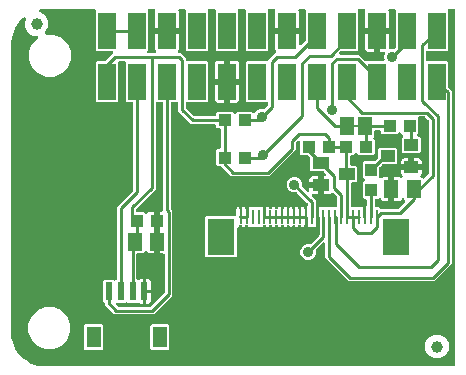
<source format=gbr>
G04 EAGLE Gerber RS-274X export*
G75*
%MOMM*%
%FSLAX34Y34*%
%LPD*%
%INBottom Copper*%
%IPPOS*%
%AMOC8*
5,1,8,0,0,1.08239X$1,22.5*%
G01*
%ADD10R,1.400000X1.000000*%
%ADD11R,1.075000X1.000000*%
%ADD12R,1.000000X1.075000*%
%ADD13R,1.200000X1.000000*%
%ADD14R,1.524000X3.048000*%
%ADD15R,1.240000X1.500000*%
%ADD16R,0.600000X1.550000*%
%ADD17R,1.200000X1.800000*%
%ADD18R,1.168400X1.600200*%
%ADD19R,0.635000X0.203200*%
%ADD20C,1.000000*%
%ADD21R,0.280000X1.250000*%
%ADD22R,2.300000X3.100000*%
%ADD23C,0.254000*%
%ADD24C,0.906400*%

G36*
X311308Y-20444D02*
X311308Y-20444D01*
X311427Y-20437D01*
X311465Y-20424D01*
X311506Y-20419D01*
X311616Y-20376D01*
X311729Y-20339D01*
X311764Y-20317D01*
X311801Y-20302D01*
X311897Y-20233D01*
X311998Y-20169D01*
X312026Y-20139D01*
X312059Y-20116D01*
X312135Y-20024D01*
X312216Y-19937D01*
X312236Y-19902D01*
X312261Y-19871D01*
X312312Y-19763D01*
X312370Y-19659D01*
X312380Y-19619D01*
X312397Y-19583D01*
X312419Y-19466D01*
X312449Y-19351D01*
X312453Y-19290D01*
X312457Y-19270D01*
X312455Y-19250D01*
X312459Y-19190D01*
X312459Y280530D01*
X312444Y280648D01*
X312437Y280767D01*
X312424Y280805D01*
X312419Y280846D01*
X312376Y280956D01*
X312339Y281069D01*
X312317Y281104D01*
X312302Y281141D01*
X312233Y281237D01*
X312169Y281338D01*
X312139Y281366D01*
X312116Y281399D01*
X312024Y281475D01*
X311937Y281556D01*
X311902Y281576D01*
X311871Y281601D01*
X311763Y281652D01*
X311659Y281710D01*
X311619Y281720D01*
X311583Y281737D01*
X311466Y281759D01*
X311351Y281789D01*
X311291Y281793D01*
X311271Y281797D01*
X311250Y281795D01*
X311190Y281799D01*
X307670Y281799D01*
X307532Y281782D01*
X307393Y281769D01*
X307374Y281762D01*
X307354Y281759D01*
X307225Y281708D01*
X307094Y281661D01*
X307077Y281650D01*
X307058Y281642D01*
X306946Y281561D01*
X306831Y281483D01*
X306818Y281467D01*
X306801Y281456D01*
X306712Y281348D01*
X306620Y281244D01*
X306611Y281226D01*
X306598Y281211D01*
X306539Y281085D01*
X306476Y280961D01*
X306471Y280941D01*
X306463Y280923D01*
X306437Y280787D01*
X306406Y280651D01*
X306407Y280630D01*
X306403Y280611D01*
X306412Y280472D01*
X306416Y280333D01*
X306421Y280313D01*
X306423Y280293D01*
X306466Y280161D01*
X306504Y280027D01*
X306515Y280010D01*
X306521Y279991D01*
X306595Y279873D01*
X306666Y279753D01*
X306684Y279732D01*
X306691Y279722D01*
X306706Y279708D01*
X306749Y279659D01*
X306749Y247492D01*
X305558Y246301D01*
X289092Y246301D01*
X288974Y246286D01*
X288855Y246279D01*
X288817Y246266D01*
X288776Y246261D01*
X288666Y246218D01*
X288553Y246181D01*
X288518Y246159D01*
X288481Y246144D01*
X288385Y246075D01*
X288284Y246011D01*
X288256Y245981D01*
X288223Y245958D01*
X288147Y245866D01*
X288066Y245779D01*
X288046Y245744D01*
X288021Y245713D01*
X287970Y245605D01*
X287912Y245501D01*
X287902Y245461D01*
X287885Y245425D01*
X287863Y245308D01*
X287833Y245193D01*
X287829Y245133D01*
X287825Y245113D01*
X287827Y245092D01*
X287823Y245032D01*
X287823Y238936D01*
X287838Y238818D01*
X287845Y238699D01*
X287858Y238661D01*
X287863Y238620D01*
X287906Y238510D01*
X287943Y238397D01*
X287965Y238362D01*
X287980Y238325D01*
X288049Y238229D01*
X288113Y238128D01*
X288143Y238100D01*
X288166Y238067D01*
X288258Y237991D01*
X288345Y237910D01*
X288380Y237890D01*
X288411Y237865D01*
X288519Y237814D01*
X288623Y237756D01*
X288663Y237746D01*
X288699Y237729D01*
X288816Y237707D01*
X288931Y237677D01*
X288991Y237673D01*
X289011Y237669D01*
X289032Y237671D01*
X289092Y237667D01*
X305558Y237667D01*
X306749Y236476D01*
X306749Y215938D01*
X306761Y215840D01*
X306764Y215741D01*
X306781Y215682D01*
X306789Y215622D01*
X306825Y215530D01*
X306853Y215435D01*
X306883Y215383D01*
X306906Y215327D01*
X306964Y215247D01*
X307014Y215161D01*
X307080Y215086D01*
X307092Y215069D01*
X307102Y215061D01*
X307120Y215040D01*
X309413Y212748D01*
X309413Y65802D01*
X294778Y51167D01*
X222417Y51167D01*
X202702Y70882D01*
X202702Y83027D01*
X202685Y83165D01*
X202672Y83304D01*
X202665Y83323D01*
X202662Y83343D01*
X202611Y83472D01*
X202564Y83603D01*
X202553Y83620D01*
X202545Y83638D01*
X202464Y83751D01*
X202386Y83866D01*
X202370Y83879D01*
X202359Y83896D01*
X202251Y83985D01*
X202147Y84077D01*
X202129Y84086D01*
X202114Y84099D01*
X201988Y84158D01*
X201864Y84221D01*
X201844Y84226D01*
X201826Y84234D01*
X201690Y84260D01*
X201554Y84291D01*
X201533Y84290D01*
X201514Y84294D01*
X201375Y84285D01*
X201236Y84281D01*
X201216Y84275D01*
X201196Y84274D01*
X201064Y84231D01*
X200930Y84193D01*
X200913Y84182D01*
X200894Y84176D01*
X200776Y84102D01*
X200656Y84031D01*
X200635Y84013D01*
X200625Y84006D01*
X200611Y83991D01*
X200536Y83925D01*
X194936Y78326D01*
X194876Y78247D01*
X194808Y78175D01*
X194779Y78122D01*
X194742Y78074D01*
X194702Y77983D01*
X194654Y77897D01*
X194639Y77838D01*
X194615Y77783D01*
X194600Y77685D01*
X194575Y77589D01*
X194569Y77489D01*
X194565Y77468D01*
X194567Y77456D01*
X194565Y77428D01*
X194565Y74754D01*
X193565Y72341D01*
X191719Y70495D01*
X189306Y69495D01*
X186694Y69495D01*
X184281Y70495D01*
X182435Y72341D01*
X181435Y74754D01*
X181435Y77366D01*
X182435Y79779D01*
X184281Y81625D01*
X186694Y82625D01*
X189368Y82625D01*
X189466Y82637D01*
X189565Y82640D01*
X189624Y82657D01*
X189684Y82665D01*
X189776Y82701D01*
X189871Y82729D01*
X189923Y82759D01*
X189979Y82782D01*
X190059Y82840D01*
X190145Y82890D01*
X190220Y82956D01*
X190237Y82968D01*
X190245Y82978D01*
X190266Y82996D01*
X197331Y90061D01*
X197391Y90140D01*
X197459Y90212D01*
X197488Y90265D01*
X197525Y90313D01*
X197565Y90404D01*
X197613Y90490D01*
X197628Y90549D01*
X197652Y90604D01*
X197667Y90702D01*
X197692Y90798D01*
X197698Y90898D01*
X197702Y90919D01*
X197700Y90931D01*
X197702Y90959D01*
X197702Y95640D01*
X197687Y95758D01*
X197680Y95877D01*
X197667Y95915D01*
X197662Y95956D01*
X197619Y96066D01*
X197582Y96179D01*
X197560Y96214D01*
X197545Y96251D01*
X197476Y96347D01*
X197412Y96448D01*
X197382Y96476D01*
X197359Y96509D01*
X197274Y96578D01*
X197274Y105700D01*
X197274Y114491D01*
X197739Y114491D01*
X198386Y114318D01*
X198671Y114153D01*
X198756Y114117D01*
X198837Y114072D01*
X198902Y114056D01*
X198964Y114030D01*
X199056Y114016D01*
X199145Y113993D01*
X199262Y113986D01*
X199279Y113983D01*
X199287Y113984D01*
X199306Y113983D01*
X211433Y113983D01*
X211551Y113998D01*
X211670Y114005D01*
X211708Y114018D01*
X211749Y114023D01*
X211859Y114066D01*
X211972Y114103D01*
X212007Y114125D01*
X212044Y114140D01*
X212140Y114209D01*
X212241Y114273D01*
X212269Y114303D01*
X212302Y114326D01*
X212378Y114418D01*
X212459Y114505D01*
X212479Y114540D01*
X212504Y114571D01*
X212555Y114679D01*
X212613Y114783D01*
X212623Y114823D01*
X212640Y114859D01*
X212662Y114976D01*
X212692Y115091D01*
X212696Y115151D01*
X212700Y115171D01*
X212698Y115192D01*
X212702Y115252D01*
X212702Y122361D01*
X212690Y122459D01*
X212687Y122558D01*
X212670Y122617D01*
X212662Y122677D01*
X212626Y122769D01*
X212598Y122864D01*
X212568Y122916D01*
X212545Y122972D01*
X212487Y123052D01*
X212437Y123138D01*
X212371Y123213D01*
X212359Y123230D01*
X212349Y123238D01*
X212331Y123259D01*
X209484Y126106D01*
X209389Y126179D01*
X209300Y126257D01*
X209264Y126276D01*
X209232Y126301D01*
X209123Y126348D01*
X209017Y126402D01*
X208978Y126411D01*
X208941Y126427D01*
X208823Y126446D01*
X208707Y126472D01*
X208666Y126470D01*
X208626Y126477D01*
X208508Y126466D01*
X208389Y126462D01*
X208350Y126451D01*
X208310Y126447D01*
X208198Y126407D01*
X208083Y126374D01*
X208049Y126353D01*
X208011Y126339D01*
X207912Y126272D01*
X207809Y126212D01*
X207764Y126172D01*
X207747Y126161D01*
X207734Y126145D01*
X207689Y126106D01*
X207150Y125567D01*
X206571Y125232D01*
X205924Y125059D01*
X201089Y125059D01*
X201089Y131370D01*
X201074Y131488D01*
X201067Y131607D01*
X201054Y131645D01*
X201049Y131685D01*
X201006Y131796D01*
X200969Y131909D01*
X200947Y131943D01*
X200932Y131981D01*
X200863Y132077D01*
X200799Y132178D01*
X200769Y132206D01*
X200746Y132238D01*
X200654Y132314D01*
X200567Y132396D01*
X200532Y132415D01*
X200501Y132441D01*
X200393Y132492D01*
X200289Y132549D01*
X200249Y132559D01*
X200213Y132577D01*
X200106Y132597D01*
X200136Y132601D01*
X200246Y132645D01*
X200359Y132681D01*
X200394Y132703D01*
X200431Y132718D01*
X200527Y132788D01*
X200628Y132851D01*
X200656Y132881D01*
X200689Y132905D01*
X200765Y132996D01*
X200846Y133083D01*
X200866Y133118D01*
X200891Y133150D01*
X200942Y133257D01*
X201000Y133362D01*
X201010Y133401D01*
X201027Y133437D01*
X201049Y133554D01*
X201079Y133670D01*
X201083Y133730D01*
X201087Y133750D01*
X201085Y133770D01*
X201089Y133830D01*
X201089Y140141D01*
X202314Y140141D01*
X202452Y140158D01*
X202591Y140171D01*
X202610Y140178D01*
X202630Y140181D01*
X202759Y140232D01*
X202890Y140279D01*
X202907Y140290D01*
X202925Y140298D01*
X203038Y140379D01*
X203153Y140457D01*
X203166Y140473D01*
X203183Y140484D01*
X203272Y140592D01*
X203364Y140696D01*
X203373Y140714D01*
X203386Y140729D01*
X203445Y140855D01*
X203508Y140979D01*
X203513Y140999D01*
X203521Y141017D01*
X203547Y141153D01*
X203578Y141289D01*
X203577Y141310D01*
X203581Y141329D01*
X203572Y141468D01*
X203568Y141607D01*
X203562Y141627D01*
X203561Y141647D01*
X203518Y141779D01*
X203480Y141913D01*
X203469Y141930D01*
X203463Y141949D01*
X203389Y142067D01*
X203318Y142187D01*
X203300Y142208D01*
X203293Y142218D01*
X203278Y142232D01*
X203212Y142307D01*
X201324Y144196D01*
X201245Y144256D01*
X201173Y144324D01*
X201120Y144353D01*
X201072Y144390D01*
X200981Y144430D01*
X200895Y144478D01*
X200836Y144493D01*
X200781Y144517D01*
X200683Y144532D01*
X200587Y144557D01*
X200487Y144563D01*
X200467Y144567D01*
X200454Y144565D01*
X200426Y144567D01*
X190748Y144567D01*
X189557Y145758D01*
X189557Y155436D01*
X189545Y155534D01*
X189542Y155633D01*
X189525Y155692D01*
X189517Y155752D01*
X189481Y155844D01*
X189453Y155939D01*
X189423Y155991D01*
X189400Y156047D01*
X189342Y156127D01*
X189292Y156213D01*
X189226Y156288D01*
X189214Y156305D01*
X189204Y156313D01*
X189186Y156334D01*
X187964Y157556D01*
X187885Y157616D01*
X187813Y157684D01*
X187760Y157713D01*
X187712Y157750D01*
X187621Y157790D01*
X187535Y157838D01*
X187476Y157853D01*
X187421Y157877D01*
X187323Y157892D01*
X187227Y157917D01*
X187127Y157923D01*
X187107Y157927D01*
X187094Y157925D01*
X187066Y157927D01*
X182173Y157927D01*
X180982Y159118D01*
X180982Y169257D01*
X180965Y169395D01*
X180952Y169534D01*
X180945Y169553D01*
X180942Y169573D01*
X180891Y169702D01*
X180844Y169833D01*
X180833Y169850D01*
X180825Y169868D01*
X180744Y169981D01*
X180666Y170096D01*
X180650Y170109D01*
X180639Y170126D01*
X180531Y170215D01*
X180427Y170307D01*
X180409Y170316D01*
X180394Y170329D01*
X180268Y170388D01*
X180144Y170451D01*
X180124Y170456D01*
X180106Y170464D01*
X179969Y170490D01*
X179834Y170521D01*
X179813Y170520D01*
X179794Y170524D01*
X179655Y170515D01*
X179516Y170511D01*
X179496Y170505D01*
X179476Y170504D01*
X179344Y170461D01*
X179210Y170423D01*
X179193Y170412D01*
X179174Y170406D01*
X179056Y170332D01*
X178936Y170261D01*
X178915Y170243D01*
X178905Y170236D01*
X178891Y170221D01*
X178816Y170155D01*
X177704Y169044D01*
X177644Y168966D01*
X177576Y168893D01*
X177547Y168840D01*
X177510Y168792D01*
X177470Y168702D01*
X177422Y168615D01*
X177407Y168556D01*
X177383Y168501D01*
X177368Y168403D01*
X177343Y168307D01*
X177337Y168207D01*
X177333Y168186D01*
X177335Y168174D01*
X177333Y168146D01*
X177333Y162322D01*
X155078Y140067D01*
X123132Y140067D01*
X114534Y148666D01*
X114455Y148726D01*
X114383Y148794D01*
X114330Y148823D01*
X114282Y148860D01*
X114191Y148900D01*
X114105Y148948D01*
X114046Y148963D01*
X113991Y148987D01*
X113893Y149002D01*
X113797Y149027D01*
X113697Y149033D01*
X113676Y149037D01*
X113664Y149035D01*
X113636Y149037D01*
X111053Y149037D01*
X109862Y150228D01*
X109862Y161912D01*
X111053Y163103D01*
X112698Y163103D01*
X112816Y163118D01*
X112935Y163125D01*
X112973Y163138D01*
X113014Y163143D01*
X113124Y163186D01*
X113237Y163223D01*
X113272Y163245D01*
X113309Y163260D01*
X113405Y163329D01*
X113506Y163393D01*
X113534Y163423D01*
X113567Y163446D01*
X113643Y163538D01*
X113724Y163625D01*
X113744Y163660D01*
X113769Y163691D01*
X113820Y163799D01*
X113878Y163903D01*
X113888Y163943D01*
X113905Y163979D01*
X113927Y164096D01*
X113957Y164211D01*
X113961Y164271D01*
X113965Y164291D01*
X113963Y164312D01*
X113967Y164372D01*
X113967Y179518D01*
X113952Y179636D01*
X113945Y179755D01*
X113932Y179793D01*
X113927Y179834D01*
X113884Y179944D01*
X113847Y180057D01*
X113825Y180092D01*
X113810Y180129D01*
X113741Y180225D01*
X113677Y180326D01*
X113647Y180354D01*
X113624Y180387D01*
X113532Y180463D01*
X113445Y180544D01*
X113410Y180564D01*
X113379Y180589D01*
X113271Y180640D01*
X113167Y180698D01*
X113127Y180708D01*
X113091Y180725D01*
X112974Y180747D01*
X112859Y180777D01*
X112799Y180781D01*
X112779Y180785D01*
X112758Y180783D01*
X112698Y180787D01*
X111053Y180787D01*
X109862Y181978D01*
X109862Y183248D01*
X109847Y183366D01*
X109840Y183485D01*
X109827Y183523D01*
X109822Y183564D01*
X109779Y183674D01*
X109742Y183787D01*
X109720Y183822D01*
X109705Y183859D01*
X109636Y183955D01*
X109572Y184056D01*
X109542Y184084D01*
X109519Y184117D01*
X109427Y184193D01*
X109340Y184274D01*
X109305Y184294D01*
X109274Y184319D01*
X109166Y184370D01*
X109062Y184428D01*
X109022Y184438D01*
X108986Y184455D01*
X108869Y184477D01*
X108754Y184507D01*
X108694Y184511D01*
X108674Y184515D01*
X108653Y184513D01*
X108593Y184517D01*
X88842Y184517D01*
X86536Y186823D01*
X86536Y186824D01*
X78017Y195342D01*
X78017Y201852D01*
X78002Y201970D01*
X77995Y202089D01*
X77982Y202127D01*
X77977Y202168D01*
X77934Y202278D01*
X77897Y202391D01*
X77875Y202426D01*
X77860Y202463D01*
X77791Y202559D01*
X77727Y202660D01*
X77697Y202688D01*
X77674Y202721D01*
X77582Y202797D01*
X77495Y202878D01*
X77460Y202898D01*
X77429Y202923D01*
X77321Y202974D01*
X77217Y203032D01*
X77177Y203042D01*
X77141Y203059D01*
X77024Y203081D01*
X76909Y203111D01*
X76849Y203115D01*
X76829Y203119D01*
X76808Y203117D01*
X76748Y203121D01*
X73068Y203121D01*
X72950Y203106D01*
X72831Y203099D01*
X72793Y203086D01*
X72752Y203081D01*
X72642Y203038D01*
X72529Y203001D01*
X72494Y202979D01*
X72457Y202964D01*
X72361Y202895D01*
X72260Y202831D01*
X72232Y202801D01*
X72199Y202778D01*
X72123Y202686D01*
X72042Y202599D01*
X72022Y202564D01*
X71997Y202533D01*
X71946Y202425D01*
X71888Y202321D01*
X71878Y202281D01*
X71861Y202245D01*
X71839Y202128D01*
X71809Y202013D01*
X71805Y201953D01*
X71801Y201933D01*
X71803Y201912D01*
X71799Y201852D01*
X71799Y113568D01*
X71811Y113469D01*
X71814Y113370D01*
X71831Y113312D01*
X71839Y113252D01*
X71875Y113160D01*
X71903Y113065D01*
X71933Y113013D01*
X71956Y112956D01*
X72014Y112876D01*
X72064Y112791D01*
X72130Y112715D01*
X72142Y112699D01*
X72152Y112691D01*
X72170Y112670D01*
X73145Y111696D01*
X73145Y40471D01*
X73145Y39084D01*
X72174Y38114D01*
X69701Y35640D01*
X69497Y35436D01*
X69496Y35436D01*
X59594Y25534D01*
X57288Y23227D01*
X24072Y23227D01*
X16027Y31272D01*
X16027Y31932D01*
X16015Y32030D01*
X16012Y32129D01*
X15995Y32188D01*
X15987Y32248D01*
X15951Y32340D01*
X15923Y32435D01*
X15893Y32487D01*
X15870Y32543D01*
X15812Y32624D01*
X15762Y32709D01*
X15696Y32784D01*
X15684Y32801D01*
X15674Y32809D01*
X15656Y32830D01*
X14297Y34188D01*
X14297Y51372D01*
X15488Y52563D01*
X23172Y52563D01*
X23433Y52302D01*
X23527Y52229D01*
X23616Y52150D01*
X23652Y52132D01*
X23684Y52107D01*
X23793Y52060D01*
X23899Y52006D01*
X23939Y51997D01*
X23976Y51981D01*
X24093Y51962D01*
X24209Y51936D01*
X24250Y51937D01*
X24290Y51931D01*
X24409Y51942D01*
X24527Y51946D01*
X24566Y51957D01*
X24606Y51961D01*
X24718Y52001D01*
X24833Y52034D01*
X24868Y52055D01*
X24906Y52068D01*
X25004Y52135D01*
X25107Y52196D01*
X25152Y52236D01*
X25169Y52247D01*
X25182Y52262D01*
X25228Y52302D01*
X25656Y52730D01*
X25716Y52808D01*
X25784Y52881D01*
X25813Y52934D01*
X25850Y52982D01*
X25890Y53072D01*
X25938Y53159D01*
X25953Y53218D01*
X25977Y53273D01*
X25992Y53371D01*
X26017Y53467D01*
X26023Y53567D01*
X26027Y53588D01*
X26025Y53600D01*
X26027Y53628D01*
X26027Y114338D01*
X39546Y127856D01*
X39606Y127935D01*
X39674Y128007D01*
X39703Y128060D01*
X39740Y128108D01*
X39780Y128199D01*
X39828Y128285D01*
X39843Y128344D01*
X39867Y128399D01*
X39882Y128497D01*
X39907Y128593D01*
X39913Y128693D01*
X39917Y128714D01*
X39915Y128726D01*
X39917Y128754D01*
X39917Y201852D01*
X39902Y201970D01*
X39895Y202089D01*
X39882Y202127D01*
X39877Y202168D01*
X39834Y202278D01*
X39797Y202391D01*
X39775Y202426D01*
X39760Y202463D01*
X39691Y202559D01*
X39627Y202660D01*
X39597Y202688D01*
X39574Y202721D01*
X39482Y202797D01*
X39395Y202878D01*
X39360Y202898D01*
X39329Y202923D01*
X39221Y202974D01*
X39117Y203032D01*
X39077Y203042D01*
X39041Y203059D01*
X38924Y203081D01*
X38809Y203111D01*
X38749Y203115D01*
X38729Y203119D01*
X38708Y203117D01*
X38648Y203121D01*
X34634Y203121D01*
X33443Y204312D01*
X33443Y236588D01*
X33428Y236706D01*
X33421Y236825D01*
X33408Y236863D01*
X33403Y236904D01*
X33360Y237014D01*
X33323Y237127D01*
X33301Y237162D01*
X33286Y237199D01*
X33217Y237295D01*
X33153Y237396D01*
X33123Y237424D01*
X33100Y237457D01*
X33008Y237533D01*
X32921Y237614D01*
X32886Y237634D01*
X32855Y237659D01*
X32747Y237710D01*
X32643Y237768D01*
X32603Y237778D01*
X32567Y237795D01*
X32450Y237817D01*
X32335Y237847D01*
X32275Y237851D01*
X32255Y237855D01*
X32234Y237853D01*
X32174Y237857D01*
X28618Y237857D01*
X28500Y237842D01*
X28381Y237835D01*
X28343Y237822D01*
X28302Y237817D01*
X28192Y237774D01*
X28079Y237737D01*
X28044Y237715D01*
X28007Y237700D01*
X27911Y237631D01*
X27810Y237567D01*
X27782Y237537D01*
X27749Y237514D01*
X27673Y237422D01*
X27592Y237335D01*
X27572Y237300D01*
X27547Y237269D01*
X27496Y237161D01*
X27438Y237057D01*
X27428Y237017D01*
X27411Y236981D01*
X27389Y236864D01*
X27359Y236749D01*
X27355Y236689D01*
X27351Y236669D01*
X27353Y236648D01*
X27349Y236588D01*
X27349Y204312D01*
X26158Y203121D01*
X9234Y203121D01*
X8043Y204312D01*
X8043Y236476D01*
X9234Y237667D01*
X15480Y237667D01*
X15578Y237679D01*
X15677Y237682D01*
X15736Y237699D01*
X15796Y237707D01*
X15888Y237743D01*
X15983Y237771D01*
X16035Y237801D01*
X16091Y237824D01*
X16171Y237882D01*
X16257Y237932D01*
X16332Y237998D01*
X16349Y238010D01*
X16357Y238020D01*
X16378Y238038D01*
X22474Y244135D01*
X22559Y244244D01*
X22648Y244351D01*
X22656Y244370D01*
X22669Y244386D01*
X22724Y244514D01*
X22783Y244639D01*
X22787Y244659D01*
X22795Y244678D01*
X22817Y244816D01*
X22843Y244952D01*
X22842Y244972D01*
X22845Y244992D01*
X22832Y245131D01*
X22823Y245269D01*
X22817Y245288D01*
X22815Y245308D01*
X22768Y245440D01*
X22725Y245571D01*
X22714Y245589D01*
X22707Y245608D01*
X22629Y245723D01*
X22555Y245840D01*
X22540Y245854D01*
X22529Y245871D01*
X22425Y245963D01*
X22323Y246058D01*
X22306Y246068D01*
X22290Y246081D01*
X22166Y246145D01*
X22045Y246212D01*
X22025Y246217D01*
X22007Y246226D01*
X21871Y246256D01*
X21737Y246291D01*
X21709Y246293D01*
X21697Y246296D01*
X21676Y246295D01*
X21576Y246301D01*
X9234Y246301D01*
X8043Y247492D01*
X8043Y279663D01*
X8105Y279742D01*
X8194Y279849D01*
X8202Y279868D01*
X8215Y279884D01*
X8270Y280012D01*
X8329Y280137D01*
X8333Y280157D01*
X8341Y280176D01*
X8363Y280313D01*
X8389Y280450D01*
X8388Y280470D01*
X8391Y280490D01*
X8378Y280628D01*
X8369Y280767D01*
X8363Y280786D01*
X8361Y280806D01*
X8314Y280938D01*
X8271Y281069D01*
X8260Y281086D01*
X8254Y281106D01*
X8175Y281221D01*
X8101Y281338D01*
X8086Y281352D01*
X8075Y281369D01*
X7971Y281461D01*
X7869Y281556D01*
X7852Y281566D01*
X7837Y281579D01*
X7712Y281643D01*
X7591Y281710D01*
X7571Y281715D01*
X7553Y281724D01*
X7417Y281754D01*
X7283Y281789D01*
X7255Y281791D01*
X7243Y281794D01*
X7223Y281793D01*
X7122Y281799D01*
X-34250Y281799D01*
X-34272Y281797D01*
X-34350Y281795D01*
X-38642Y281458D01*
X-38736Y281438D01*
X-38832Y281428D01*
X-38891Y281406D01*
X-38953Y281393D01*
X-39040Y281351D01*
X-39130Y281317D01*
X-39182Y281281D01*
X-39239Y281253D01*
X-39312Y281191D01*
X-39391Y281136D01*
X-39433Y281088D01*
X-39481Y281047D01*
X-39536Y280968D01*
X-39599Y280895D01*
X-39627Y280838D01*
X-39664Y280787D01*
X-39698Y280697D01*
X-39741Y280611D01*
X-39754Y280548D01*
X-39776Y280489D01*
X-39787Y280394D01*
X-39807Y280299D01*
X-39804Y280236D01*
X-39811Y280173D01*
X-39798Y280078D01*
X-39794Y279982D01*
X-39776Y279921D01*
X-39767Y279858D01*
X-39730Y279769D01*
X-39702Y279677D01*
X-39670Y279623D01*
X-39645Y279564D01*
X-39588Y279487D01*
X-39538Y279405D01*
X-39493Y279360D01*
X-39455Y279310D01*
X-39380Y279250D01*
X-39311Y279182D01*
X-39221Y279123D01*
X-39207Y279111D01*
X-39197Y279106D01*
X-39177Y279093D01*
X-34549Y276421D01*
X-31869Y271780D01*
X-31869Y266420D01*
X-34355Y262115D01*
X-34407Y261992D01*
X-34463Y261873D01*
X-34468Y261846D01*
X-34478Y261821D01*
X-34498Y261690D01*
X-34523Y261560D01*
X-34521Y261534D01*
X-34525Y261507D01*
X-34511Y261375D01*
X-34503Y261243D01*
X-34495Y261217D01*
X-34492Y261191D01*
X-34446Y261066D01*
X-34405Y260941D01*
X-34390Y260918D01*
X-34381Y260892D01*
X-34306Y260784D01*
X-34235Y260672D01*
X-34215Y260653D01*
X-34200Y260631D01*
X-34100Y260545D01*
X-34003Y260454D01*
X-33979Y260441D01*
X-33959Y260423D01*
X-33840Y260364D01*
X-33725Y260300D01*
X-33699Y260294D01*
X-33674Y260282D01*
X-33545Y260254D01*
X-33417Y260221D01*
X-33379Y260219D01*
X-33363Y260215D01*
X-33341Y260216D01*
X-33256Y260211D01*
X-26903Y260211D01*
X-20368Y257504D01*
X-15366Y252502D01*
X-12659Y245967D01*
X-12659Y238893D01*
X-15366Y232358D01*
X-20368Y227356D01*
X-26903Y224649D01*
X-33977Y224649D01*
X-40512Y227356D01*
X-45514Y232358D01*
X-48221Y238893D01*
X-48221Y245967D01*
X-45514Y252502D01*
X-41083Y256933D01*
X-40998Y257042D01*
X-40909Y257149D01*
X-40901Y257168D01*
X-40888Y257184D01*
X-40833Y257312D01*
X-40774Y257437D01*
X-40770Y257457D01*
X-40762Y257476D01*
X-40740Y257614D01*
X-40714Y257750D01*
X-40715Y257770D01*
X-40712Y257790D01*
X-40725Y257929D01*
X-40734Y258067D01*
X-40740Y258086D01*
X-40742Y258106D01*
X-40789Y258238D01*
X-40832Y258369D01*
X-40843Y258387D01*
X-40849Y258406D01*
X-40928Y258521D01*
X-41002Y258638D01*
X-41017Y258652D01*
X-41028Y258669D01*
X-41132Y258761D01*
X-41234Y258856D01*
X-41251Y258866D01*
X-41266Y258879D01*
X-41391Y258943D01*
X-41512Y259010D01*
X-41532Y259015D01*
X-41550Y259024D01*
X-41686Y259054D01*
X-41820Y259089D01*
X-41848Y259091D01*
X-41860Y259094D01*
X-41881Y259093D01*
X-41981Y259099D01*
X-44550Y259099D01*
X-49191Y261779D01*
X-51871Y266420D01*
X-51871Y271780D01*
X-51189Y272960D01*
X-51168Y273009D01*
X-51140Y273054D01*
X-51107Y273155D01*
X-51066Y273254D01*
X-51058Y273306D01*
X-51042Y273357D01*
X-51035Y273463D01*
X-51019Y273568D01*
X-51025Y273621D01*
X-51021Y273674D01*
X-51041Y273779D01*
X-51052Y273884D01*
X-51071Y273934D01*
X-51081Y273987D01*
X-51126Y274083D01*
X-51163Y274183D01*
X-51193Y274226D01*
X-51216Y274274D01*
X-51284Y274357D01*
X-51345Y274444D01*
X-51385Y274479D01*
X-51419Y274520D01*
X-51505Y274582D01*
X-51585Y274652D01*
X-51633Y274675D01*
X-51676Y274707D01*
X-51775Y274746D01*
X-51870Y274793D01*
X-51922Y274805D01*
X-51971Y274824D01*
X-52077Y274838D01*
X-52181Y274860D01*
X-52234Y274858D01*
X-52287Y274864D01*
X-52392Y274851D01*
X-52499Y274847D01*
X-52550Y274831D01*
X-52602Y274825D01*
X-52702Y274786D01*
X-52803Y274755D01*
X-52849Y274728D01*
X-52898Y274708D01*
X-53034Y274622D01*
X-54753Y273373D01*
X-54839Y273292D01*
X-54931Y273217D01*
X-54969Y273170D01*
X-54984Y273156D01*
X-54995Y273138D01*
X-55033Y273093D01*
X-60172Y266021D01*
X-60229Y265916D01*
X-60292Y265816D01*
X-60315Y265760D01*
X-60325Y265742D01*
X-60330Y265722D01*
X-60352Y265667D01*
X-63053Y257353D01*
X-63066Y257285D01*
X-63089Y257220D01*
X-63111Y257060D01*
X-63455Y252690D01*
X-63454Y252668D01*
X-63459Y252590D01*
X-63459Y7000D01*
X-63457Y6978D01*
X-63455Y6900D01*
X-63133Y2803D01*
X-63119Y2736D01*
X-63115Y2667D01*
X-63075Y2511D01*
X-60543Y-5282D01*
X-60492Y-5390D01*
X-60449Y-5500D01*
X-60416Y-5551D01*
X-60407Y-5570D01*
X-60394Y-5586D01*
X-60362Y-5636D01*
X-55546Y-12265D01*
X-55465Y-12352D01*
X-55389Y-12443D01*
X-55342Y-12482D01*
X-55328Y-12497D01*
X-55311Y-12508D01*
X-55265Y-12546D01*
X-48636Y-17362D01*
X-48532Y-17420D01*
X-48432Y-17483D01*
X-48375Y-17506D01*
X-48357Y-17516D01*
X-48338Y-17521D01*
X-48282Y-17543D01*
X-40489Y-20075D01*
X-40421Y-20088D01*
X-40356Y-20110D01*
X-40197Y-20133D01*
X-36100Y-20455D01*
X-36078Y-20454D01*
X-36000Y-20459D01*
X311190Y-20459D01*
X311308Y-20444D01*
G37*
G36*
X108711Y191138D02*
X108711Y191138D01*
X108830Y191145D01*
X108868Y191158D01*
X108909Y191163D01*
X109019Y191206D01*
X109132Y191243D01*
X109167Y191265D01*
X109204Y191280D01*
X109300Y191349D01*
X109401Y191413D01*
X109429Y191443D01*
X109462Y191466D01*
X109538Y191558D01*
X109619Y191645D01*
X109639Y191680D01*
X109664Y191711D01*
X109715Y191819D01*
X109773Y191923D01*
X109783Y191963D01*
X109800Y191999D01*
X109822Y192116D01*
X109852Y192231D01*
X109856Y192291D01*
X109860Y192311D01*
X109858Y192332D01*
X109862Y192392D01*
X109862Y193662D01*
X111053Y194853D01*
X123487Y194853D01*
X124873Y193467D01*
X124967Y193394D01*
X125056Y193315D01*
X125092Y193297D01*
X125124Y193272D01*
X125233Y193225D01*
X125339Y193171D01*
X125378Y193162D01*
X125416Y193146D01*
X125533Y193127D01*
X125649Y193101D01*
X125690Y193102D01*
X125730Y193096D01*
X125848Y193107D01*
X125967Y193111D01*
X126006Y193122D01*
X126046Y193126D01*
X126158Y193166D01*
X126273Y193199D01*
X126308Y193220D01*
X126346Y193233D01*
X126444Y193300D01*
X126547Y193361D01*
X126592Y193401D01*
X126609Y193412D01*
X126622Y193427D01*
X126668Y193467D01*
X128053Y194853D01*
X140487Y194853D01*
X141265Y194074D01*
X141359Y194001D01*
X141449Y193923D01*
X141485Y193904D01*
X141517Y193879D01*
X141626Y193832D01*
X141732Y193778D01*
X141771Y193769D01*
X141809Y193753D01*
X141926Y193734D01*
X142042Y193708D01*
X142083Y193710D01*
X142123Y193703D01*
X142241Y193714D01*
X142360Y193718D01*
X142399Y193729D01*
X142439Y193733D01*
X142551Y193773D01*
X142666Y193806D01*
X142700Y193827D01*
X142739Y193841D01*
X142837Y193908D01*
X142940Y193968D01*
X142985Y194008D01*
X143002Y194019D01*
X143015Y194034D01*
X143060Y194074D01*
X144911Y195925D01*
X147324Y196925D01*
X149998Y196925D01*
X150096Y196937D01*
X150195Y196940D01*
X150254Y196957D01*
X150314Y196965D01*
X150406Y197001D01*
X150501Y197029D01*
X150553Y197059D01*
X150609Y197082D01*
X150689Y197140D01*
X150775Y197190D01*
X150850Y197256D01*
X150867Y197268D01*
X150875Y197278D01*
X150896Y197296D01*
X153846Y200246D01*
X153906Y200325D01*
X153974Y200397D01*
X154003Y200450D01*
X154040Y200498D01*
X154080Y200589D01*
X154128Y200675D01*
X154143Y200734D01*
X154167Y200789D01*
X154182Y200887D01*
X154207Y200983D01*
X154213Y201083D01*
X154217Y201104D01*
X154215Y201116D01*
X154217Y201144D01*
X154217Y201852D01*
X154202Y201970D01*
X154195Y202089D01*
X154182Y202127D01*
X154177Y202168D01*
X154134Y202278D01*
X154097Y202391D01*
X154075Y202426D01*
X154060Y202463D01*
X153991Y202559D01*
X153927Y202660D01*
X153897Y202688D01*
X153874Y202721D01*
X153782Y202797D01*
X153695Y202878D01*
X153660Y202898D01*
X153629Y202923D01*
X153521Y202974D01*
X153417Y203032D01*
X153377Y203042D01*
X153341Y203059D01*
X153224Y203081D01*
X153109Y203111D01*
X153049Y203115D01*
X153029Y203119D01*
X153008Y203117D01*
X152948Y203121D01*
X136234Y203121D01*
X135043Y204312D01*
X135043Y236476D01*
X136234Y237667D01*
X152948Y237667D01*
X153066Y237682D01*
X153185Y237689D01*
X153223Y237702D01*
X153264Y237707D01*
X153374Y237750D01*
X153487Y237787D01*
X153522Y237809D01*
X153559Y237824D01*
X153655Y237893D01*
X153756Y237957D01*
X153784Y237987D01*
X153817Y238010D01*
X153893Y238102D01*
X153974Y238189D01*
X153994Y238224D01*
X154019Y238255D01*
X154070Y238363D01*
X154128Y238467D01*
X154138Y238507D01*
X154155Y238543D01*
X154177Y238660D01*
X154184Y238684D01*
X160001Y244502D01*
X160005Y244503D01*
X160135Y244554D01*
X160266Y244601D01*
X160282Y244612D01*
X160301Y244620D01*
X160414Y244701D01*
X160529Y244779D01*
X160542Y244795D01*
X160558Y244806D01*
X160647Y244914D01*
X160739Y245018D01*
X160748Y245036D01*
X160761Y245051D01*
X160821Y245177D01*
X160884Y245301D01*
X160888Y245321D01*
X160897Y245339D01*
X160923Y245476D01*
X160953Y245611D01*
X160953Y245632D01*
X160957Y245651D01*
X160948Y245790D01*
X160944Y245929D01*
X160938Y245949D01*
X160937Y245969D01*
X160894Y246101D01*
X160855Y246235D01*
X160845Y246252D01*
X160839Y246271D01*
X160764Y246389D01*
X160694Y246509D01*
X160675Y246530D01*
X160669Y246540D01*
X160654Y246554D01*
X160587Y246630D01*
X160443Y246774D01*
X160108Y247353D01*
X159935Y248000D01*
X159935Y261035D01*
X168826Y261035D01*
X168944Y261050D01*
X169063Y261057D01*
X169101Y261070D01*
X169141Y261075D01*
X169252Y261118D01*
X169365Y261155D01*
X169400Y261177D01*
X169437Y261192D01*
X169533Y261262D01*
X169634Y261325D01*
X169662Y261355D01*
X169694Y261379D01*
X169770Y261470D01*
X169852Y261557D01*
X169871Y261592D01*
X169897Y261623D01*
X169948Y261731D01*
X170005Y261835D01*
X170016Y261875D01*
X170033Y261911D01*
X170055Y262028D01*
X170085Y262143D01*
X170089Y262204D01*
X170093Y262224D01*
X170091Y262244D01*
X170095Y262304D01*
X170095Y264844D01*
X170080Y264962D01*
X170073Y265081D01*
X170060Y265119D01*
X170055Y265159D01*
X170011Y265270D01*
X169975Y265383D01*
X169953Y265418D01*
X169938Y265455D01*
X169868Y265551D01*
X169805Y265652D01*
X169775Y265680D01*
X169751Y265712D01*
X169660Y265788D01*
X169573Y265870D01*
X169538Y265889D01*
X169506Y265915D01*
X169399Y265966D01*
X169295Y266023D01*
X169255Y266034D01*
X169219Y266051D01*
X169102Y266073D01*
X168987Y266103D01*
X168926Y266107D01*
X168906Y266111D01*
X168886Y266109D01*
X168826Y266113D01*
X159935Y266113D01*
X159935Y279148D01*
X160108Y279795D01*
X160167Y279895D01*
X160218Y280018D01*
X160274Y280137D01*
X160279Y280163D01*
X160290Y280188D01*
X160309Y280320D01*
X160334Y280450D01*
X160332Y280476D01*
X160336Y280503D01*
X160323Y280635D01*
X160314Y280767D01*
X160306Y280792D01*
X160303Y280819D01*
X160257Y280944D01*
X160216Y281069D01*
X160202Y281092D01*
X160193Y281117D01*
X160117Y281226D01*
X160046Y281338D01*
X160027Y281357D01*
X160011Y281379D01*
X159911Y281465D01*
X159815Y281556D01*
X159791Y281569D01*
X159771Y281587D01*
X159652Y281646D01*
X159536Y281710D01*
X159510Y281716D01*
X159486Y281728D01*
X159356Y281756D01*
X159228Y281789D01*
X159190Y281791D01*
X159175Y281795D01*
X159153Y281794D01*
X159067Y281799D01*
X155270Y281799D01*
X155132Y281782D01*
X154993Y281769D01*
X154974Y281762D01*
X154954Y281759D01*
X154825Y281708D01*
X154694Y281661D01*
X154677Y281650D01*
X154658Y281642D01*
X154546Y281561D01*
X154431Y281483D01*
X154418Y281467D01*
X154401Y281456D01*
X154312Y281348D01*
X154220Y281244D01*
X154211Y281226D01*
X154198Y281211D01*
X154139Y281085D01*
X154076Y280961D01*
X154071Y280941D01*
X154063Y280923D01*
X154037Y280787D01*
X154006Y280651D01*
X154007Y280630D01*
X154003Y280611D01*
X154012Y280472D01*
X154016Y280333D01*
X154021Y280313D01*
X154023Y280293D01*
X154066Y280161D01*
X154104Y280027D01*
X154115Y280010D01*
X154121Y279991D01*
X154195Y279873D01*
X154266Y279753D01*
X154284Y279732D01*
X154291Y279722D01*
X154306Y279708D01*
X154349Y279659D01*
X154349Y247492D01*
X153158Y246301D01*
X136234Y246301D01*
X135043Y247492D01*
X135043Y279663D01*
X135105Y279742D01*
X135194Y279849D01*
X135202Y279868D01*
X135215Y279884D01*
X135270Y280012D01*
X135329Y280137D01*
X135333Y280157D01*
X135341Y280176D01*
X135363Y280313D01*
X135389Y280450D01*
X135388Y280470D01*
X135391Y280490D01*
X135378Y280628D01*
X135369Y280767D01*
X135363Y280786D01*
X135361Y280806D01*
X135314Y280938D01*
X135271Y281069D01*
X135260Y281086D01*
X135254Y281106D01*
X135175Y281221D01*
X135101Y281338D01*
X135086Y281352D01*
X135075Y281369D01*
X134971Y281461D01*
X134869Y281556D01*
X134852Y281566D01*
X134837Y281579D01*
X134712Y281643D01*
X134591Y281710D01*
X134571Y281715D01*
X134553Y281724D01*
X134417Y281754D01*
X134283Y281789D01*
X134255Y281791D01*
X134243Y281794D01*
X134223Y281793D01*
X134122Y281799D01*
X129870Y281799D01*
X129732Y281782D01*
X129593Y281769D01*
X129574Y281762D01*
X129554Y281759D01*
X129425Y281708D01*
X129294Y281661D01*
X129277Y281650D01*
X129258Y281642D01*
X129146Y281561D01*
X129031Y281483D01*
X129018Y281467D01*
X129001Y281456D01*
X128912Y281348D01*
X128820Y281244D01*
X128811Y281226D01*
X128798Y281211D01*
X128739Y281085D01*
X128676Y280961D01*
X128671Y280941D01*
X128663Y280923D01*
X128637Y280787D01*
X128606Y280651D01*
X128607Y280630D01*
X128603Y280611D01*
X128612Y280472D01*
X128616Y280333D01*
X128621Y280313D01*
X128623Y280293D01*
X128666Y280161D01*
X128704Y280027D01*
X128715Y280010D01*
X128721Y279991D01*
X128795Y279873D01*
X128866Y279753D01*
X128884Y279732D01*
X128891Y279722D01*
X128906Y279708D01*
X128949Y279659D01*
X128949Y247492D01*
X127758Y246301D01*
X110834Y246301D01*
X109643Y247492D01*
X109643Y279663D01*
X109705Y279742D01*
X109794Y279849D01*
X109802Y279868D01*
X109815Y279884D01*
X109870Y280012D01*
X109929Y280137D01*
X109933Y280157D01*
X109941Y280176D01*
X109963Y280313D01*
X109989Y280450D01*
X109988Y280470D01*
X109991Y280490D01*
X109978Y280628D01*
X109969Y280767D01*
X109963Y280786D01*
X109961Y280806D01*
X109914Y280938D01*
X109871Y281069D01*
X109860Y281086D01*
X109854Y281106D01*
X109775Y281221D01*
X109701Y281338D01*
X109686Y281352D01*
X109675Y281369D01*
X109571Y281461D01*
X109469Y281556D01*
X109452Y281566D01*
X109437Y281579D01*
X109312Y281643D01*
X109191Y281710D01*
X109171Y281715D01*
X109153Y281724D01*
X109017Y281754D01*
X108883Y281789D01*
X108855Y281791D01*
X108843Y281794D01*
X108823Y281793D01*
X108722Y281799D01*
X104470Y281799D01*
X104332Y281782D01*
X104193Y281769D01*
X104174Y281762D01*
X104154Y281759D01*
X104025Y281708D01*
X103894Y281661D01*
X103877Y281650D01*
X103858Y281642D01*
X103746Y281561D01*
X103631Y281483D01*
X103618Y281467D01*
X103601Y281456D01*
X103512Y281348D01*
X103420Y281244D01*
X103411Y281226D01*
X103398Y281211D01*
X103339Y281085D01*
X103276Y280961D01*
X103271Y280941D01*
X103263Y280923D01*
X103237Y280787D01*
X103206Y280651D01*
X103207Y280630D01*
X103203Y280611D01*
X103212Y280472D01*
X103216Y280333D01*
X103221Y280313D01*
X103223Y280293D01*
X103266Y280161D01*
X103304Y280027D01*
X103315Y280010D01*
X103321Y279991D01*
X103395Y279873D01*
X103466Y279753D01*
X103484Y279732D01*
X103491Y279722D01*
X103506Y279708D01*
X103549Y279659D01*
X103549Y247492D01*
X102358Y246301D01*
X85434Y246301D01*
X84243Y247492D01*
X84243Y279663D01*
X84305Y279742D01*
X84394Y279849D01*
X84402Y279868D01*
X84415Y279884D01*
X84470Y280012D01*
X84529Y280137D01*
X84533Y280157D01*
X84541Y280176D01*
X84563Y280313D01*
X84589Y280450D01*
X84588Y280470D01*
X84591Y280490D01*
X84578Y280628D01*
X84569Y280767D01*
X84563Y280786D01*
X84561Y280806D01*
X84514Y280938D01*
X84471Y281069D01*
X84460Y281086D01*
X84454Y281106D01*
X84375Y281221D01*
X84301Y281338D01*
X84286Y281352D01*
X84275Y281369D01*
X84171Y281461D01*
X84069Y281556D01*
X84052Y281566D01*
X84037Y281579D01*
X83912Y281643D01*
X83791Y281710D01*
X83771Y281715D01*
X83753Y281724D01*
X83617Y281754D01*
X83483Y281789D01*
X83455Y281791D01*
X83443Y281794D01*
X83423Y281793D01*
X83322Y281799D01*
X79525Y281799D01*
X79393Y281783D01*
X79261Y281772D01*
X79236Y281763D01*
X79209Y281759D01*
X79086Y281711D01*
X78961Y281667D01*
X78938Y281652D01*
X78913Y281642D01*
X78806Y281565D01*
X78696Y281491D01*
X78678Y281471D01*
X78656Y281456D01*
X78572Y281354D01*
X78483Y281255D01*
X78470Y281231D01*
X78453Y281211D01*
X78397Y281091D01*
X78335Y280973D01*
X78329Y280947D01*
X78318Y280923D01*
X78293Y280793D01*
X78262Y280664D01*
X78263Y280637D01*
X78258Y280611D01*
X78266Y280479D01*
X78269Y280346D01*
X78276Y280320D01*
X78278Y280293D01*
X78318Y280168D01*
X78354Y280040D01*
X78371Y280005D01*
X78376Y279991D01*
X78387Y279972D01*
X78425Y279895D01*
X78484Y279795D01*
X78657Y279148D01*
X78657Y266113D01*
X69766Y266113D01*
X69648Y266098D01*
X69529Y266091D01*
X69491Y266078D01*
X69451Y266073D01*
X69340Y266029D01*
X69227Y265993D01*
X69192Y265971D01*
X69155Y265956D01*
X69059Y265886D01*
X68958Y265823D01*
X68930Y265793D01*
X68898Y265769D01*
X68822Y265678D01*
X68740Y265591D01*
X68721Y265556D01*
X68695Y265524D01*
X68644Y265417D01*
X68587Y265313D01*
X68576Y265273D01*
X68559Y265237D01*
X68537Y265120D01*
X68507Y265005D01*
X68503Y264944D01*
X68499Y264924D01*
X68501Y264904D01*
X68497Y264844D01*
X68497Y262304D01*
X68512Y262186D01*
X68519Y262067D01*
X68532Y262029D01*
X68537Y261989D01*
X68581Y261878D01*
X68617Y261765D01*
X68639Y261730D01*
X68654Y261693D01*
X68724Y261597D01*
X68787Y261496D01*
X68817Y261468D01*
X68841Y261435D01*
X68932Y261360D01*
X69019Y261278D01*
X69054Y261258D01*
X69086Y261233D01*
X69193Y261182D01*
X69297Y261124D01*
X69337Y261114D01*
X69373Y261097D01*
X69490Y261075D01*
X69605Y261045D01*
X69666Y261041D01*
X69686Y261037D01*
X69706Y261039D01*
X69766Y261035D01*
X78657Y261035D01*
X78657Y248000D01*
X78484Y247353D01*
X78149Y246774D01*
X78005Y246630D01*
X77920Y246520D01*
X77831Y246413D01*
X77822Y246394D01*
X77810Y246378D01*
X77754Y246251D01*
X77695Y246125D01*
X77691Y246105D01*
X77683Y246086D01*
X77662Y245949D01*
X77635Y245812D01*
X77637Y245792D01*
X77633Y245772D01*
X77646Y245634D01*
X77655Y245495D01*
X77661Y245476D01*
X77663Y245456D01*
X77710Y245325D01*
X77753Y245193D01*
X77764Y245175D01*
X77771Y245156D01*
X77849Y245041D01*
X77923Y244924D01*
X77938Y244910D01*
X77949Y244893D01*
X78053Y244801D01*
X78155Y244706D01*
X78173Y244696D01*
X78188Y244683D01*
X78311Y244620D01*
X78433Y244552D01*
X78453Y244547D01*
X78471Y244538D01*
X78607Y244508D01*
X78741Y244473D01*
X78769Y244471D01*
X78781Y244468D01*
X78802Y244469D01*
X78902Y244463D01*
X80148Y244463D01*
X84623Y239988D01*
X84623Y238936D01*
X84638Y238818D01*
X84645Y238699D01*
X84658Y238661D01*
X84663Y238620D01*
X84706Y238510D01*
X84743Y238397D01*
X84765Y238362D01*
X84780Y238325D01*
X84849Y238229D01*
X84913Y238128D01*
X84943Y238100D01*
X84966Y238067D01*
X85058Y237991D01*
X85145Y237910D01*
X85180Y237890D01*
X85211Y237865D01*
X85319Y237814D01*
X85423Y237756D01*
X85463Y237746D01*
X85499Y237729D01*
X85616Y237707D01*
X85731Y237677D01*
X85791Y237673D01*
X85811Y237669D01*
X85832Y237671D01*
X85892Y237667D01*
X102358Y237667D01*
X103549Y236476D01*
X103549Y204312D01*
X102358Y203121D01*
X85892Y203121D01*
X85774Y203106D01*
X85655Y203099D01*
X85617Y203086D01*
X85576Y203081D01*
X85466Y203038D01*
X85353Y203001D01*
X85318Y202979D01*
X85281Y202964D01*
X85185Y202895D01*
X85084Y202831D01*
X85056Y202801D01*
X85023Y202778D01*
X84947Y202686D01*
X84866Y202599D01*
X84846Y202564D01*
X84821Y202533D01*
X84770Y202425D01*
X84712Y202321D01*
X84702Y202281D01*
X84685Y202245D01*
X84663Y202128D01*
X84633Y202013D01*
X84629Y201953D01*
X84625Y201933D01*
X84627Y201912D01*
X84623Y201852D01*
X84623Y198604D01*
X84635Y198506D01*
X84638Y198407D01*
X84655Y198348D01*
X84663Y198288D01*
X84699Y198196D01*
X84727Y198101D01*
X84757Y198049D01*
X84780Y197993D01*
X84838Y197913D01*
X84888Y197827D01*
X84954Y197752D01*
X84966Y197735D01*
X84976Y197727D01*
X84994Y197706D01*
X91206Y191494D01*
X91285Y191434D01*
X91357Y191366D01*
X91410Y191337D01*
X91458Y191300D01*
X91549Y191260D01*
X91635Y191212D01*
X91694Y191197D01*
X91749Y191173D01*
X91847Y191158D01*
X91943Y191133D01*
X92043Y191127D01*
X92063Y191123D01*
X92076Y191125D01*
X92104Y191123D01*
X108593Y191123D01*
X108711Y191138D01*
G37*
%LPC*%
G36*
X101963Y71607D02*
X101963Y71607D01*
X100772Y72798D01*
X100772Y105482D01*
X101963Y106673D01*
X125795Y106673D01*
X125913Y106688D01*
X126032Y106695D01*
X126070Y106708D01*
X126111Y106713D01*
X126221Y106756D01*
X126334Y106793D01*
X126369Y106815D01*
X126406Y106830D01*
X126502Y106899D01*
X126603Y106963D01*
X126631Y106993D01*
X126664Y107016D01*
X126740Y107108D01*
X126821Y107195D01*
X126841Y107230D01*
X126866Y107261D01*
X126917Y107369D01*
X126975Y107473D01*
X126985Y107513D01*
X127002Y107549D01*
X127024Y107666D01*
X127054Y107781D01*
X127058Y107841D01*
X127062Y107861D01*
X127060Y107882D01*
X127064Y107942D01*
X127064Y112284D01*
X127237Y112931D01*
X127572Y113510D01*
X128045Y113983D01*
X128624Y114318D01*
X129271Y114491D01*
X129736Y114491D01*
X129736Y113235D01*
X129736Y113234D01*
X129758Y113055D01*
X129775Y112919D01*
X129853Y112722D01*
X129892Y112623D01*
X129893Y112623D01*
X130030Y112433D01*
X130079Y112366D01*
X130224Y112246D01*
X130324Y112163D01*
X130325Y112163D01*
X130518Y112072D01*
X130612Y112028D01*
X130828Y111986D01*
X130924Y111968D01*
X130925Y111968D01*
X131172Y111983D01*
X131242Y111988D01*
X131416Y112044D01*
X131544Y112086D01*
X131545Y112086D01*
X131634Y112142D01*
X131813Y112256D01*
X131902Y112351D01*
X132031Y112487D01*
X132031Y112488D01*
X132104Y112620D01*
X132184Y112766D01*
X132185Y112766D01*
X132234Y112919D01*
X132235Y112921D01*
X132244Y112999D01*
X132264Y113075D01*
X132274Y113236D01*
X132274Y114491D01*
X132739Y114491D01*
X133176Y114374D01*
X133268Y114361D01*
X133358Y114339D01*
X133425Y114340D01*
X133492Y114330D01*
X133583Y114341D01*
X133676Y114342D01*
X133790Y114365D01*
X133807Y114367D01*
X133815Y114370D01*
X133833Y114374D01*
X134270Y114491D01*
X134736Y114491D01*
X134736Y113236D01*
X134745Y113161D01*
X134744Y113086D01*
X134773Y112928D01*
X134774Y112927D01*
X134775Y112924D01*
X134775Y112920D01*
X134776Y112920D01*
X134776Y112919D01*
X134832Y112776D01*
X134889Y112630D01*
X134891Y112627D01*
X134893Y112623D01*
X134983Y112500D01*
X135074Y112372D01*
X135077Y112369D01*
X135080Y112366D01*
X135201Y112265D01*
X135318Y112168D01*
X135321Y112166D01*
X135325Y112163D01*
X135466Y112097D01*
X135605Y112030D01*
X135609Y112029D01*
X135612Y112028D01*
X135764Y111999D01*
X135917Y111968D01*
X135921Y111969D01*
X135925Y111968D01*
X136079Y111978D01*
X136234Y111986D01*
X136238Y111987D01*
X136242Y111988D01*
X136389Y112035D01*
X136537Y112082D01*
X136541Y112084D01*
X136545Y112086D01*
X136674Y112168D01*
X136807Y112251D01*
X136810Y112254D01*
X136813Y112256D01*
X136919Y112368D01*
X137027Y112481D01*
X137028Y112485D01*
X137031Y112488D01*
X137106Y112623D01*
X137182Y112759D01*
X137183Y112763D01*
X137185Y112766D01*
X137223Y112916D01*
X137263Y113066D01*
X137263Y113070D01*
X137264Y113074D01*
X137274Y113235D01*
X137274Y114491D01*
X137739Y114491D01*
X138386Y114318D01*
X138671Y114153D01*
X138756Y114117D01*
X138837Y114072D01*
X138902Y114056D01*
X138964Y114030D01*
X139056Y114016D01*
X139145Y113993D01*
X139262Y113986D01*
X139279Y113983D01*
X139287Y113984D01*
X139306Y113983D01*
X147704Y113983D01*
X147796Y113994D01*
X147888Y113996D01*
X147953Y114014D01*
X148020Y114023D01*
X148106Y114057D01*
X148195Y114081D01*
X148300Y114133D01*
X148316Y114140D01*
X148322Y114145D01*
X148339Y114153D01*
X148624Y114318D01*
X149271Y114491D01*
X149736Y114491D01*
X149736Y113234D01*
X149737Y113227D01*
X149736Y113219D01*
X149756Y113069D01*
X149775Y112919D01*
X149778Y112912D01*
X149779Y112904D01*
X149837Y112764D01*
X149892Y112623D01*
X149897Y112617D01*
X149900Y112610D01*
X149990Y112489D01*
X150079Y112366D01*
X150085Y112361D01*
X150090Y112355D01*
X150208Y112260D01*
X150324Y112163D01*
X150331Y112160D01*
X150337Y112155D01*
X150476Y112092D01*
X150612Y112028D01*
X150619Y112026D01*
X150626Y112023D01*
X150776Y111996D01*
X150924Y111968D01*
X150932Y111968D01*
X150940Y111967D01*
X151090Y111978D01*
X151242Y111988D01*
X151249Y111990D01*
X151257Y111990D01*
X151400Y112039D01*
X151544Y112086D01*
X151551Y112090D01*
X151558Y112092D01*
X151685Y112175D01*
X151813Y112256D01*
X151818Y112261D01*
X151825Y112265D01*
X151927Y112377D01*
X152031Y112487D01*
X152035Y112494D01*
X152040Y112500D01*
X152111Y112633D01*
X152184Y112766D01*
X152186Y112773D01*
X152190Y112780D01*
X152238Y112934D01*
X152238Y112935D01*
X152246Y113006D01*
X152264Y113074D01*
X152264Y113075D01*
X152274Y113236D01*
X152274Y114491D01*
X152740Y114491D01*
X153176Y114374D01*
X153268Y114361D01*
X153358Y114339D01*
X153425Y114340D01*
X153491Y114330D01*
X153583Y114341D01*
X153676Y114342D01*
X153791Y114365D01*
X153807Y114367D01*
X153815Y114370D01*
X153834Y114374D01*
X154271Y114491D01*
X154736Y114491D01*
X154736Y113236D01*
X154743Y113175D01*
X154741Y113114D01*
X154767Y112955D01*
X154767Y112954D01*
X154772Y112941D01*
X154774Y112927D01*
X154775Y112924D01*
X154775Y112920D01*
X154827Y112791D01*
X154876Y112655D01*
X154884Y112644D01*
X154889Y112631D01*
X154891Y112627D01*
X154892Y112625D01*
X154957Y112536D01*
X154974Y112512D01*
X155056Y112393D01*
X155066Y112384D01*
X155074Y112372D01*
X155078Y112369D01*
X155079Y112367D01*
X155146Y112312D01*
X155185Y112279D01*
X155295Y112183D01*
X155307Y112177D01*
X155318Y112168D01*
X155323Y112166D01*
X155324Y112164D01*
X155385Y112136D01*
X155448Y112105D01*
X155579Y112040D01*
X155592Y112037D01*
X155605Y112031D01*
X155611Y112029D01*
X155612Y112029D01*
X155663Y112019D01*
X155747Y112002D01*
X155889Y111971D01*
X155903Y111972D01*
X155917Y111969D01*
X155923Y111969D01*
X155925Y111969D01*
X155982Y111973D01*
X156063Y111977D01*
X156207Y111982D01*
X156220Y111986D01*
X156234Y111987D01*
X156240Y111989D01*
X156242Y111989D01*
X156307Y112010D01*
X156373Y112031D01*
X156512Y112072D01*
X156524Y112079D01*
X156537Y112083D01*
X156543Y112086D01*
X156545Y112087D01*
X156615Y112131D01*
X156661Y112160D01*
X156786Y112234D01*
X156795Y112244D01*
X156807Y112252D01*
X156811Y112256D01*
X156813Y112257D01*
X156888Y112336D01*
X156907Y112357D01*
X157010Y112460D01*
X157017Y112472D01*
X157026Y112482D01*
X157029Y112486D01*
X157031Y112489D01*
X157094Y112603D01*
X157097Y112608D01*
X157171Y112734D01*
X157175Y112747D01*
X157182Y112759D01*
X157184Y112765D01*
X157185Y112767D01*
X157186Y112773D01*
X157232Y112912D01*
X157233Y112913D01*
X157241Y112977D01*
X157259Y113040D01*
X157260Y113057D01*
X157264Y113075D01*
X157273Y113221D01*
X157274Y113228D01*
X157274Y113231D01*
X157274Y113236D01*
X157274Y114491D01*
X157740Y114491D01*
X158176Y114374D01*
X158268Y114361D01*
X158358Y114339D01*
X158425Y114340D01*
X158491Y114330D01*
X158583Y114341D01*
X158676Y114342D01*
X158791Y114365D01*
X158807Y114367D01*
X158815Y114370D01*
X158834Y114374D01*
X159271Y114491D01*
X159736Y114491D01*
X159736Y113236D01*
X159743Y113175D01*
X159741Y113114D01*
X159767Y112955D01*
X159767Y112954D01*
X159772Y112941D01*
X159774Y112927D01*
X159775Y112924D01*
X159775Y112920D01*
X159827Y112791D01*
X159876Y112655D01*
X159884Y112644D01*
X159889Y112631D01*
X159891Y112627D01*
X159892Y112625D01*
X159957Y112536D01*
X159974Y112512D01*
X160056Y112393D01*
X160066Y112384D01*
X160074Y112372D01*
X160078Y112369D01*
X160079Y112367D01*
X160146Y112312D01*
X160185Y112279D01*
X160295Y112183D01*
X160307Y112177D01*
X160318Y112168D01*
X160323Y112166D01*
X160324Y112164D01*
X160385Y112136D01*
X160448Y112105D01*
X160579Y112040D01*
X160592Y112037D01*
X160605Y112031D01*
X160611Y112029D01*
X160612Y112029D01*
X160663Y112019D01*
X160747Y112002D01*
X160889Y111971D01*
X160903Y111972D01*
X160917Y111969D01*
X160923Y111969D01*
X160925Y111969D01*
X160982Y111973D01*
X161063Y111977D01*
X161207Y111982D01*
X161220Y111986D01*
X161234Y111987D01*
X161240Y111989D01*
X161242Y111989D01*
X161307Y112010D01*
X161373Y112031D01*
X161512Y112072D01*
X161524Y112079D01*
X161537Y112083D01*
X161543Y112086D01*
X161545Y112087D01*
X161615Y112131D01*
X161661Y112160D01*
X161786Y112234D01*
X161795Y112244D01*
X161807Y112252D01*
X161811Y112256D01*
X161813Y112257D01*
X161888Y112336D01*
X161907Y112357D01*
X162010Y112460D01*
X162017Y112472D01*
X162026Y112482D01*
X162029Y112486D01*
X162031Y112489D01*
X162094Y112603D01*
X162097Y112608D01*
X162171Y112734D01*
X162175Y112747D01*
X162182Y112759D01*
X162184Y112765D01*
X162185Y112767D01*
X162186Y112773D01*
X162232Y112912D01*
X162233Y112913D01*
X162241Y112977D01*
X162259Y113040D01*
X162260Y113057D01*
X162264Y113075D01*
X162273Y113221D01*
X162274Y113228D01*
X162274Y113231D01*
X162274Y113236D01*
X162274Y114491D01*
X162740Y114491D01*
X163176Y114374D01*
X163268Y114361D01*
X163358Y114339D01*
X163425Y114340D01*
X163491Y114330D01*
X163583Y114341D01*
X163676Y114342D01*
X163791Y114365D01*
X163807Y114367D01*
X163815Y114370D01*
X163834Y114374D01*
X164271Y114491D01*
X164736Y114491D01*
X164736Y113236D01*
X164744Y113169D01*
X164743Y113101D01*
X164769Y112947D01*
X164770Y112944D01*
X164770Y112943D01*
X164770Y112942D01*
X164770Y112941D01*
X164774Y112931D01*
X164775Y112920D01*
X164828Y112788D01*
X164881Y112646D01*
X164882Y112645D01*
X164882Y112644D01*
X164889Y112634D01*
X164892Y112625D01*
X164971Y112517D01*
X164973Y112513D01*
X165063Y112385D01*
X165064Y112384D01*
X165064Y112383D01*
X165074Y112375D01*
X165079Y112367D01*
X165176Y112287D01*
X165181Y112283D01*
X165303Y112177D01*
X165305Y112177D01*
X165306Y112176D01*
X165317Y112170D01*
X165324Y112164D01*
X165431Y112114D01*
X165447Y112106D01*
X165588Y112036D01*
X165590Y112036D01*
X165591Y112035D01*
X165604Y112033D01*
X165612Y112029D01*
X165724Y112007D01*
X165743Y112003D01*
X165900Y111970D01*
X165901Y111970D01*
X165902Y111970D01*
X165916Y111971D01*
X165925Y111969D01*
X166040Y111976D01*
X166059Y111977D01*
X166217Y111984D01*
X166219Y111984D01*
X166220Y111984D01*
X166233Y111988D01*
X166242Y111989D01*
X166355Y112026D01*
X166374Y112031D01*
X166522Y112076D01*
X166523Y112077D01*
X166524Y112077D01*
X166536Y112084D01*
X166545Y112087D01*
X166651Y112154D01*
X166657Y112158D01*
X166794Y112241D01*
X166795Y112242D01*
X166796Y112242D01*
X166805Y112252D01*
X166813Y112257D01*
X166904Y112353D01*
X167016Y112468D01*
X167017Y112469D01*
X167018Y112470D01*
X167024Y112481D01*
X167031Y112489D01*
X167098Y112611D01*
X167175Y112743D01*
X167176Y112745D01*
X167176Y112746D01*
X167177Y112749D01*
X167181Y112760D01*
X167185Y112767D01*
X167189Y112783D01*
X167228Y112895D01*
X167228Y112896D01*
X167240Y112976D01*
X167261Y113053D01*
X167261Y113064D01*
X167264Y113075D01*
X167272Y113195D01*
X167274Y113211D01*
X167273Y113219D01*
X167274Y113236D01*
X167274Y114491D01*
X167739Y114491D01*
X168176Y114374D01*
X168268Y114361D01*
X168358Y114339D01*
X168425Y114340D01*
X168492Y114330D01*
X168583Y114341D01*
X168676Y114342D01*
X168790Y114365D01*
X168807Y114367D01*
X168815Y114370D01*
X168833Y114374D01*
X169270Y114491D01*
X169736Y114491D01*
X169736Y113236D01*
X169744Y113169D01*
X169743Y113101D01*
X169769Y112947D01*
X169770Y112944D01*
X169770Y112943D01*
X169770Y112942D01*
X169770Y112941D01*
X169774Y112931D01*
X169775Y112920D01*
X169828Y112788D01*
X169881Y112646D01*
X169882Y112645D01*
X169882Y112644D01*
X169889Y112634D01*
X169892Y112625D01*
X169971Y112517D01*
X169973Y112513D01*
X170063Y112385D01*
X170064Y112384D01*
X170064Y112383D01*
X170074Y112375D01*
X170079Y112367D01*
X170176Y112287D01*
X170181Y112283D01*
X170303Y112177D01*
X170305Y112177D01*
X170306Y112176D01*
X170317Y112170D01*
X170324Y112164D01*
X170431Y112114D01*
X170447Y112106D01*
X170588Y112036D01*
X170590Y112036D01*
X170591Y112035D01*
X170604Y112033D01*
X170612Y112029D01*
X170724Y112007D01*
X170743Y112003D01*
X170900Y111970D01*
X170901Y111970D01*
X170902Y111970D01*
X170916Y111971D01*
X170925Y111969D01*
X171040Y111976D01*
X171059Y111977D01*
X171217Y111984D01*
X171219Y111984D01*
X171220Y111984D01*
X171233Y111988D01*
X171242Y111989D01*
X171355Y112026D01*
X171374Y112031D01*
X171522Y112076D01*
X171523Y112077D01*
X171524Y112077D01*
X171536Y112084D01*
X171545Y112087D01*
X171651Y112154D01*
X171657Y112158D01*
X171794Y112241D01*
X171795Y112242D01*
X171796Y112242D01*
X171805Y112252D01*
X171813Y112257D01*
X171904Y112353D01*
X172016Y112468D01*
X172017Y112469D01*
X172018Y112470D01*
X172024Y112481D01*
X172031Y112489D01*
X172098Y112611D01*
X172175Y112743D01*
X172176Y112745D01*
X172176Y112746D01*
X172177Y112749D01*
X172181Y112760D01*
X172185Y112767D01*
X172189Y112783D01*
X172228Y112895D01*
X172228Y112896D01*
X172240Y112976D01*
X172261Y113053D01*
X172261Y113064D01*
X172264Y113075D01*
X172272Y113195D01*
X172274Y113211D01*
X172273Y113219D01*
X172274Y113236D01*
X172274Y114491D01*
X172739Y114491D01*
X173176Y114374D01*
X173268Y114361D01*
X173358Y114339D01*
X173425Y114340D01*
X173492Y114330D01*
X173583Y114341D01*
X173676Y114342D01*
X173790Y114365D01*
X173807Y114367D01*
X173815Y114370D01*
X173833Y114374D01*
X174270Y114491D01*
X174736Y114491D01*
X174736Y113236D01*
X174744Y113169D01*
X174743Y113101D01*
X174769Y112947D01*
X174770Y112944D01*
X174770Y112943D01*
X174770Y112942D01*
X174770Y112941D01*
X174774Y112931D01*
X174775Y112920D01*
X174828Y112788D01*
X174881Y112646D01*
X174882Y112645D01*
X174882Y112644D01*
X174889Y112634D01*
X174892Y112625D01*
X174971Y112517D01*
X174973Y112513D01*
X175063Y112385D01*
X175064Y112384D01*
X175064Y112383D01*
X175074Y112375D01*
X175079Y112367D01*
X175176Y112287D01*
X175181Y112283D01*
X175303Y112177D01*
X175305Y112177D01*
X175306Y112176D01*
X175317Y112170D01*
X175324Y112164D01*
X175431Y112114D01*
X175447Y112106D01*
X175588Y112036D01*
X175590Y112036D01*
X175591Y112035D01*
X175604Y112033D01*
X175612Y112029D01*
X175724Y112007D01*
X175743Y112003D01*
X175900Y111970D01*
X175901Y111970D01*
X175902Y111970D01*
X175916Y111971D01*
X175925Y111969D01*
X176040Y111976D01*
X176059Y111977D01*
X176217Y111984D01*
X176219Y111984D01*
X176220Y111984D01*
X176233Y111988D01*
X176242Y111989D01*
X176355Y112026D01*
X176374Y112031D01*
X176522Y112076D01*
X176523Y112077D01*
X176524Y112077D01*
X176536Y112084D01*
X176545Y112087D01*
X176651Y112154D01*
X176657Y112158D01*
X176794Y112241D01*
X176795Y112242D01*
X176796Y112242D01*
X176805Y112252D01*
X176813Y112257D01*
X176904Y112353D01*
X177016Y112468D01*
X177017Y112469D01*
X177018Y112470D01*
X177024Y112481D01*
X177031Y112489D01*
X177098Y112611D01*
X177175Y112743D01*
X177176Y112745D01*
X177176Y112746D01*
X177177Y112749D01*
X177181Y112760D01*
X177185Y112767D01*
X177189Y112783D01*
X177228Y112895D01*
X177228Y112896D01*
X177240Y112976D01*
X177261Y113053D01*
X177261Y113064D01*
X177264Y113075D01*
X177272Y113195D01*
X177274Y113211D01*
X177273Y113219D01*
X177274Y113236D01*
X177274Y114491D01*
X177739Y114491D01*
X178176Y114374D01*
X178268Y114361D01*
X178358Y114339D01*
X178425Y114340D01*
X178492Y114330D01*
X178583Y114341D01*
X178676Y114342D01*
X178790Y114365D01*
X178807Y114367D01*
X178815Y114370D01*
X178833Y114374D01*
X179270Y114491D01*
X179736Y114491D01*
X179736Y113236D01*
X179738Y113214D01*
X179736Y113194D01*
X179746Y113135D01*
X179746Y113074D01*
X179775Y112925D01*
X179775Y112920D01*
X179776Y112919D01*
X179777Y112916D01*
X179777Y112915D01*
X179784Y112898D01*
X179787Y112880D01*
X179843Y112750D01*
X179844Y112746D01*
X179892Y112625D01*
X179894Y112623D01*
X179895Y112620D01*
X179906Y112605D01*
X179913Y112588D01*
X180000Y112476D01*
X180026Y112441D01*
X180079Y112367D01*
X180080Y112366D01*
X180083Y112363D01*
X180097Y112351D01*
X180108Y112337D01*
X180220Y112251D01*
X180288Y112195D01*
X180324Y112165D01*
X180325Y112164D01*
X180329Y112161D01*
X180345Y112153D01*
X180360Y112142D01*
X180489Y112086D01*
X180603Y112033D01*
X180612Y112029D01*
X180617Y112027D01*
X180635Y112023D01*
X180652Y112016D01*
X180791Y111994D01*
X180914Y111971D01*
X180925Y111969D01*
X180930Y111968D01*
X180948Y111969D01*
X180966Y111967D01*
X181106Y111980D01*
X181228Y111988D01*
X181242Y111989D01*
X181247Y111989D01*
X181264Y111995D01*
X181282Y111997D01*
X181415Y112044D01*
X181514Y112077D01*
X181545Y112087D01*
X181549Y112088D01*
X181564Y112098D01*
X181582Y112104D01*
X181698Y112184D01*
X181767Y112227D01*
X181813Y112257D01*
X181814Y112258D01*
X181817Y112260D01*
X181829Y112273D01*
X181845Y112283D01*
X181937Y112388D01*
X181974Y112428D01*
X182031Y112489D01*
X182032Y112490D01*
X182034Y112492D01*
X182043Y112508D01*
X182055Y112522D01*
X182119Y112647D01*
X182128Y112663D01*
X182185Y112767D01*
X182185Y112769D01*
X182186Y112771D01*
X182191Y112789D01*
X182199Y112805D01*
X182244Y112960D01*
X182250Y113019D01*
X182264Y113075D01*
X182264Y113078D01*
X182265Y113079D01*
X182265Y113083D01*
X182274Y113236D01*
X182274Y114491D01*
X182739Y114491D01*
X183176Y114374D01*
X183268Y114361D01*
X183358Y114339D01*
X183425Y114340D01*
X183492Y114330D01*
X183583Y114341D01*
X183676Y114342D01*
X183790Y114365D01*
X183807Y114367D01*
X183815Y114370D01*
X183834Y114374D01*
X184270Y114491D01*
X184736Y114491D01*
X184736Y113236D01*
X184745Y113165D01*
X184744Y113094D01*
X184772Y112935D01*
X184772Y112934D01*
X184775Y112927D01*
X184775Y112920D01*
X184776Y112920D01*
X184776Y112919D01*
X184832Y112778D01*
X184886Y112637D01*
X184890Y112631D01*
X184893Y112623D01*
X184983Y112500D01*
X185069Y112377D01*
X185075Y112372D01*
X185080Y112366D01*
X185197Y112269D01*
X185312Y112172D01*
X185319Y112168D01*
X185325Y112163D01*
X185461Y112099D01*
X185598Y112033D01*
X185605Y112031D01*
X185612Y112028D01*
X185760Y111999D01*
X185909Y111969D01*
X185917Y111969D01*
X185925Y111968D01*
X186076Y111977D01*
X186227Y111985D01*
X186234Y111987D01*
X186242Y111988D01*
X186387Y112035D01*
X186531Y112079D01*
X186537Y112083D01*
X186545Y112086D01*
X186673Y112167D01*
X186801Y112246D01*
X186807Y112252D01*
X186813Y112256D01*
X186917Y112366D01*
X187022Y112475D01*
X187026Y112482D01*
X187031Y112488D01*
X187104Y112620D01*
X187179Y112752D01*
X187181Y112759D01*
X187185Y112766D01*
X187222Y112912D01*
X187262Y113059D01*
X187262Y113067D01*
X187264Y113074D01*
X187274Y113235D01*
X187274Y114815D01*
X187302Y114834D01*
X187378Y114926D01*
X187459Y115013D01*
X187479Y115048D01*
X187504Y115079D01*
X187555Y115187D01*
X187613Y115291D01*
X187623Y115331D01*
X187640Y115367D01*
X187662Y115484D01*
X187692Y115599D01*
X187696Y115659D01*
X187700Y115679D01*
X187698Y115700D01*
X187702Y115760D01*
X187702Y116667D01*
X187690Y116765D01*
X187687Y116864D01*
X187670Y116923D01*
X187662Y116983D01*
X187626Y117075D01*
X187598Y117170D01*
X187568Y117222D01*
X187545Y117278D01*
X187487Y117358D01*
X187437Y117444D01*
X187371Y117519D01*
X187359Y117536D01*
X187349Y117544D01*
X187331Y117565D01*
X178622Y126274D01*
X178543Y126334D01*
X178471Y126402D01*
X178418Y126431D01*
X178370Y126468D01*
X178279Y126508D01*
X178193Y126556D01*
X178134Y126571D01*
X178079Y126595D01*
X177981Y126610D01*
X177885Y126635D01*
X177785Y126641D01*
X177764Y126645D01*
X177752Y126643D01*
X177724Y126645D01*
X175050Y126645D01*
X172637Y127645D01*
X170791Y129491D01*
X169791Y131904D01*
X169791Y134516D01*
X170791Y136929D01*
X172637Y138775D01*
X175050Y139775D01*
X177662Y139775D01*
X180075Y138775D01*
X181921Y136929D01*
X182921Y134516D01*
X182921Y131842D01*
X182933Y131744D01*
X182936Y131645D01*
X182943Y131623D01*
X182943Y131614D01*
X182954Y131581D01*
X182961Y131526D01*
X182997Y131434D01*
X183025Y131339D01*
X183055Y131287D01*
X183078Y131231D01*
X183136Y131151D01*
X183186Y131065D01*
X183252Y130990D01*
X183264Y130973D01*
X183274Y130965D01*
X183292Y130944D01*
X186883Y127354D01*
X186992Y127269D01*
X187099Y127180D01*
X187118Y127172D01*
X187134Y127159D01*
X187262Y127104D01*
X187387Y127045D01*
X187407Y127041D01*
X187426Y127033D01*
X187564Y127011D01*
X187700Y126985D01*
X187720Y126986D01*
X187740Y126983D01*
X187879Y126996D01*
X188017Y127005D01*
X188036Y127011D01*
X188056Y127013D01*
X188188Y127060D01*
X188319Y127103D01*
X188337Y127114D01*
X188356Y127121D01*
X188471Y127199D01*
X188588Y127273D01*
X188602Y127288D01*
X188619Y127299D01*
X188711Y127403D01*
X188806Y127505D01*
X188816Y127522D01*
X188829Y127538D01*
X188893Y127662D01*
X188960Y127783D01*
X188965Y127803D01*
X188974Y127821D01*
X189004Y127957D01*
X189039Y128091D01*
X189041Y128119D01*
X189044Y128131D01*
X189043Y128152D01*
X189049Y128252D01*
X189049Y130101D01*
X196091Y130101D01*
X196091Y125059D01*
X192242Y125059D01*
X192104Y125042D01*
X191965Y125029D01*
X191946Y125022D01*
X191926Y125019D01*
X191797Y124968D01*
X191666Y124921D01*
X191649Y124910D01*
X191631Y124902D01*
X191518Y124821D01*
X191403Y124743D01*
X191390Y124727D01*
X191373Y124716D01*
X191284Y124608D01*
X191192Y124504D01*
X191183Y124486D01*
X191170Y124471D01*
X191111Y124345D01*
X191048Y124221D01*
X191043Y124201D01*
X191035Y124183D01*
X191009Y124047D01*
X190978Y123911D01*
X190979Y123890D01*
X190975Y123871D01*
X190984Y123732D01*
X190988Y123593D01*
X190994Y123573D01*
X190995Y123553D01*
X191038Y123421D01*
X191076Y123287D01*
X191087Y123270D01*
X191093Y123251D01*
X191167Y123133D01*
X191238Y123013D01*
X191256Y122992D01*
X191263Y122982D01*
X191278Y122968D01*
X191344Y122893D01*
X194308Y119929D01*
X194308Y115760D01*
X194323Y115642D01*
X194330Y115523D01*
X194343Y115485D01*
X194348Y115444D01*
X194391Y115334D01*
X194428Y115221D01*
X194450Y115186D01*
X194465Y115149D01*
X194535Y115052D01*
X194598Y114952D01*
X194628Y114924D01*
X194651Y114891D01*
X194736Y114822D01*
X194736Y105700D01*
X194736Y96909D01*
X194271Y96909D01*
X193624Y97082D01*
X193339Y97247D01*
X193254Y97283D01*
X193173Y97328D01*
X193108Y97344D01*
X193046Y97370D01*
X192954Y97384D01*
X192865Y97407D01*
X192748Y97414D01*
X192731Y97417D01*
X192723Y97416D01*
X192704Y97417D01*
X189306Y97417D01*
X189214Y97406D01*
X189122Y97404D01*
X189057Y97386D01*
X188990Y97377D01*
X188904Y97343D01*
X188815Y97319D01*
X188710Y97267D01*
X188695Y97260D01*
X188688Y97255D01*
X188671Y97247D01*
X188386Y97082D01*
X187739Y96909D01*
X187274Y96909D01*
X187274Y98165D01*
X187274Y98169D01*
X187274Y98173D01*
X187254Y98325D01*
X187235Y98481D01*
X187233Y98485D01*
X187233Y98489D01*
X187175Y98631D01*
X187118Y98777D01*
X187115Y98780D01*
X187114Y98784D01*
X187021Y98909D01*
X186931Y99034D01*
X186928Y99036D01*
X186925Y99040D01*
X186805Y99138D01*
X186686Y99237D01*
X186682Y99238D01*
X186679Y99241D01*
X186538Y99306D01*
X186398Y99372D01*
X186394Y99373D01*
X186390Y99375D01*
X186235Y99403D01*
X186086Y99432D01*
X186082Y99432D01*
X186078Y99433D01*
X185921Y99422D01*
X185768Y99412D01*
X185764Y99411D01*
X185760Y99411D01*
X185611Y99361D01*
X185466Y99314D01*
X185462Y99312D01*
X185459Y99311D01*
X185326Y99226D01*
X185197Y99144D01*
X185194Y99141D01*
X185191Y99139D01*
X185086Y99026D01*
X184979Y98912D01*
X184977Y98909D01*
X184974Y98906D01*
X184901Y98770D01*
X184826Y98634D01*
X184825Y98630D01*
X184823Y98627D01*
X184774Y98473D01*
X184773Y98472D01*
X184765Y98398D01*
X184746Y98326D01*
X184746Y98325D01*
X184736Y98164D01*
X184736Y96909D01*
X184270Y96909D01*
X183833Y97026D01*
X183742Y97039D01*
X183652Y97061D01*
X183585Y97060D01*
X183518Y97070D01*
X183427Y97059D01*
X183334Y97058D01*
X183220Y97035D01*
X183202Y97033D01*
X183195Y97030D01*
X183176Y97026D01*
X182739Y96909D01*
X182274Y96909D01*
X182274Y98164D01*
X182272Y98183D01*
X182274Y98200D01*
X182263Y98272D01*
X182261Y98346D01*
X182237Y98463D01*
X182235Y98480D01*
X182232Y98487D01*
X182228Y98504D01*
X182228Y98505D01*
X182226Y98509D01*
X182225Y98514D01*
X182168Y98647D01*
X182118Y98775D01*
X182110Y98785D01*
X182105Y98798D01*
X182102Y98802D01*
X182100Y98807D01*
X182009Y98925D01*
X181931Y99033D01*
X181922Y99040D01*
X181913Y99051D01*
X181909Y99055D01*
X181906Y99059D01*
X181786Y99153D01*
X181785Y99153D01*
X181686Y99236D01*
X181676Y99240D01*
X181664Y99249D01*
X181660Y99251D01*
X181656Y99255D01*
X181515Y99316D01*
X181510Y99319D01*
X181398Y99371D01*
X181388Y99373D01*
X181374Y99379D01*
X181369Y99380D01*
X181364Y99382D01*
X181213Y99407D01*
X181203Y99408D01*
X181086Y99431D01*
X181075Y99430D01*
X181060Y99433D01*
X181055Y99432D01*
X181050Y99433D01*
X180896Y99419D01*
X180885Y99418D01*
X180768Y99411D01*
X180759Y99408D01*
X180744Y99407D01*
X180739Y99405D01*
X180734Y99405D01*
X180587Y99353D01*
X180577Y99349D01*
X180466Y99313D01*
X180465Y99313D01*
X180457Y99308D01*
X180443Y99303D01*
X180439Y99300D01*
X180434Y99298D01*
X180306Y99212D01*
X180300Y99208D01*
X180197Y99143D01*
X180190Y99135D01*
X180178Y99127D01*
X180174Y99124D01*
X180170Y99121D01*
X180069Y99007D01*
X180067Y99005D01*
X179979Y98911D01*
X179973Y98902D01*
X179964Y98892D01*
X179962Y98887D01*
X179959Y98883D01*
X179891Y98751D01*
X179825Y98633D01*
X179822Y98621D01*
X179816Y98610D01*
X179815Y98605D01*
X179813Y98601D01*
X179767Y98446D01*
X179767Y98445D01*
X179761Y98384D01*
X179746Y98325D01*
X179745Y98308D01*
X179743Y98301D01*
X179743Y98285D01*
X179736Y98164D01*
X179736Y96909D01*
X179270Y96909D01*
X178833Y97026D01*
X178742Y97039D01*
X178652Y97061D01*
X178585Y97060D01*
X178518Y97070D01*
X178427Y97059D01*
X178334Y97058D01*
X178220Y97035D01*
X178202Y97033D01*
X178195Y97030D01*
X178176Y97026D01*
X177739Y96909D01*
X177274Y96909D01*
X177274Y98164D01*
X177273Y98176D01*
X177274Y98187D01*
X177263Y98265D01*
X177261Y98346D01*
X177237Y98463D01*
X177235Y98480D01*
X177232Y98487D01*
X177229Y98499D01*
X177229Y98502D01*
X177228Y98503D01*
X177228Y98504D01*
X177228Y98505D01*
X177171Y98641D01*
X177170Y98643D01*
X177118Y98775D01*
X177111Y98784D01*
X177107Y98795D01*
X177106Y98797D01*
X177105Y98798D01*
X177011Y98922D01*
X177010Y98923D01*
X176931Y99033D01*
X176923Y99039D01*
X176915Y99049D01*
X176914Y99050D01*
X176913Y99051D01*
X176787Y99152D01*
X176785Y99153D01*
X176686Y99236D01*
X176677Y99240D01*
X176667Y99248D01*
X176665Y99248D01*
X176664Y99249D01*
X176519Y99314D01*
X176508Y99319D01*
X176398Y99371D01*
X176389Y99373D01*
X176377Y99378D01*
X176375Y99379D01*
X176374Y99379D01*
X176217Y99406D01*
X176201Y99409D01*
X176086Y99431D01*
X176077Y99430D01*
X176063Y99433D01*
X176062Y99433D01*
X176060Y99433D01*
X175906Y99420D01*
X175883Y99418D01*
X175768Y99411D01*
X175760Y99409D01*
X175746Y99407D01*
X175745Y99407D01*
X175744Y99407D01*
X175599Y99357D01*
X175575Y99348D01*
X175465Y99313D01*
X175458Y99308D01*
X175446Y99304D01*
X175444Y99303D01*
X175443Y99303D01*
X175310Y99215D01*
X175300Y99208D01*
X175197Y99143D01*
X175190Y99136D01*
X175180Y99129D01*
X175179Y99128D01*
X175178Y99127D01*
X175069Y99007D01*
X175067Y99005D01*
X174979Y98911D01*
X174974Y98903D01*
X174966Y98894D01*
X174965Y98893D01*
X174964Y98892D01*
X174894Y98757D01*
X174892Y98753D01*
X174825Y98633D01*
X174823Y98623D01*
X174817Y98613D01*
X174817Y98611D01*
X174816Y98610D01*
X174816Y98607D01*
X174770Y98459D01*
X174770Y98458D01*
X174763Y98391D01*
X174746Y98325D01*
X174745Y98308D01*
X174743Y98301D01*
X174743Y98285D01*
X174736Y98164D01*
X174736Y96909D01*
X174270Y96909D01*
X173833Y97026D01*
X173742Y97039D01*
X173652Y97061D01*
X173585Y97060D01*
X173518Y97070D01*
X173427Y97059D01*
X173334Y97058D01*
X173220Y97035D01*
X173202Y97033D01*
X173195Y97030D01*
X173176Y97026D01*
X172739Y96909D01*
X172274Y96909D01*
X172274Y98164D01*
X172273Y98176D01*
X172274Y98187D01*
X172263Y98265D01*
X172261Y98346D01*
X172237Y98463D01*
X172235Y98480D01*
X172232Y98487D01*
X172229Y98499D01*
X172229Y98502D01*
X172228Y98503D01*
X172228Y98504D01*
X172228Y98505D01*
X172171Y98641D01*
X172170Y98643D01*
X172118Y98775D01*
X172111Y98784D01*
X172107Y98795D01*
X172106Y98797D01*
X172105Y98798D01*
X172011Y98922D01*
X172010Y98923D01*
X171931Y99033D01*
X171923Y99039D01*
X171915Y99049D01*
X171914Y99050D01*
X171913Y99051D01*
X171787Y99152D01*
X171785Y99153D01*
X171686Y99236D01*
X171677Y99240D01*
X171667Y99248D01*
X171665Y99248D01*
X171664Y99249D01*
X171519Y99314D01*
X171508Y99319D01*
X171398Y99371D01*
X171389Y99373D01*
X171377Y99378D01*
X171375Y99379D01*
X171374Y99379D01*
X171217Y99406D01*
X171201Y99409D01*
X171086Y99431D01*
X171077Y99430D01*
X171063Y99433D01*
X171062Y99433D01*
X171060Y99433D01*
X170906Y99420D01*
X170883Y99418D01*
X170768Y99411D01*
X170760Y99409D01*
X170746Y99407D01*
X170745Y99407D01*
X170744Y99407D01*
X170599Y99357D01*
X170575Y99348D01*
X170465Y99313D01*
X170458Y99308D01*
X170446Y99304D01*
X170444Y99303D01*
X170443Y99303D01*
X170310Y99215D01*
X170300Y99208D01*
X170197Y99143D01*
X170190Y99136D01*
X170180Y99129D01*
X170179Y99128D01*
X170178Y99127D01*
X170069Y99007D01*
X170067Y99005D01*
X169979Y98911D01*
X169974Y98903D01*
X169966Y98894D01*
X169965Y98893D01*
X169964Y98892D01*
X169894Y98757D01*
X169892Y98753D01*
X169825Y98633D01*
X169823Y98623D01*
X169817Y98613D01*
X169817Y98611D01*
X169816Y98610D01*
X169816Y98607D01*
X169770Y98459D01*
X169770Y98458D01*
X169763Y98391D01*
X169746Y98325D01*
X169745Y98308D01*
X169743Y98301D01*
X169743Y98285D01*
X169736Y98164D01*
X169736Y96909D01*
X169271Y96909D01*
X168834Y97026D01*
X168742Y97039D01*
X168652Y97061D01*
X168585Y97060D01*
X168518Y97070D01*
X168427Y97059D01*
X168334Y97058D01*
X168220Y97035D01*
X168203Y97033D01*
X168195Y97030D01*
X168176Y97026D01*
X167740Y96909D01*
X167274Y96909D01*
X167274Y98164D01*
X167273Y98176D01*
X167274Y98187D01*
X167263Y98265D01*
X167261Y98346D01*
X167237Y98463D01*
X167235Y98480D01*
X167232Y98487D01*
X167229Y98499D01*
X167229Y98502D01*
X167228Y98503D01*
X167228Y98504D01*
X167228Y98505D01*
X167171Y98641D01*
X167170Y98643D01*
X167118Y98775D01*
X167111Y98784D01*
X167107Y98795D01*
X167106Y98797D01*
X167105Y98798D01*
X167011Y98922D01*
X167010Y98923D01*
X166931Y99033D01*
X166923Y99039D01*
X166915Y99049D01*
X166914Y99050D01*
X166913Y99051D01*
X166787Y99152D01*
X166785Y99153D01*
X166686Y99236D01*
X166677Y99240D01*
X166667Y99248D01*
X166665Y99248D01*
X166664Y99249D01*
X166519Y99314D01*
X166508Y99319D01*
X166398Y99371D01*
X166389Y99373D01*
X166377Y99378D01*
X166375Y99379D01*
X166374Y99379D01*
X166217Y99406D01*
X166201Y99409D01*
X166086Y99431D01*
X166077Y99430D01*
X166063Y99433D01*
X166062Y99433D01*
X166060Y99433D01*
X165906Y99420D01*
X165883Y99418D01*
X165768Y99411D01*
X165760Y99409D01*
X165746Y99407D01*
X165745Y99407D01*
X165744Y99407D01*
X165599Y99357D01*
X165575Y99348D01*
X165465Y99313D01*
X165458Y99308D01*
X165446Y99304D01*
X165444Y99303D01*
X165443Y99303D01*
X165310Y99215D01*
X165300Y99208D01*
X165197Y99143D01*
X165190Y99136D01*
X165180Y99129D01*
X165179Y99128D01*
X165178Y99127D01*
X165069Y99007D01*
X165067Y99005D01*
X164979Y98911D01*
X164974Y98903D01*
X164966Y98894D01*
X164965Y98893D01*
X164964Y98892D01*
X164894Y98757D01*
X164892Y98753D01*
X164825Y98633D01*
X164823Y98623D01*
X164817Y98613D01*
X164817Y98611D01*
X164816Y98610D01*
X164816Y98607D01*
X164770Y98459D01*
X164770Y98458D01*
X164763Y98391D01*
X164746Y98325D01*
X164745Y98308D01*
X164743Y98301D01*
X164743Y98285D01*
X164736Y98164D01*
X164736Y96909D01*
X164271Y96909D01*
X163834Y97026D01*
X163742Y97039D01*
X163652Y97061D01*
X163585Y97060D01*
X163518Y97070D01*
X163427Y97059D01*
X163334Y97058D01*
X163220Y97035D01*
X163203Y97033D01*
X163195Y97030D01*
X163176Y97026D01*
X162740Y96909D01*
X162274Y96909D01*
X162274Y98164D01*
X162272Y98183D01*
X162274Y98200D01*
X162264Y98264D01*
X162264Y98329D01*
X162235Y98473D01*
X162235Y98480D01*
X162234Y98482D01*
X162233Y98487D01*
X162232Y98488D01*
X162227Y98501D01*
X162225Y98514D01*
X162168Y98647D01*
X162118Y98775D01*
X162115Y98778D01*
X162114Y98783D01*
X162105Y98794D01*
X162100Y98807D01*
X162011Y98922D01*
X162001Y98935D01*
X161931Y99033D01*
X161928Y99035D01*
X161925Y99039D01*
X161915Y99048D01*
X161906Y99059D01*
X161791Y99149D01*
X161762Y99173D01*
X161686Y99236D01*
X161683Y99237D01*
X161679Y99240D01*
X161666Y99246D01*
X161656Y99255D01*
X161522Y99313D01*
X161467Y99338D01*
X161398Y99371D01*
X161396Y99371D01*
X161390Y99374D01*
X161377Y99377D01*
X161364Y99382D01*
X161221Y99406D01*
X161148Y99419D01*
X161086Y99431D01*
X161084Y99431D01*
X161078Y99432D01*
X161064Y99431D01*
X161050Y99433D01*
X160905Y99420D01*
X160825Y99415D01*
X160768Y99411D01*
X160767Y99411D01*
X160760Y99410D01*
X160747Y99406D01*
X160734Y99405D01*
X160596Y99356D01*
X160519Y99330D01*
X160465Y99313D01*
X160464Y99312D01*
X160459Y99310D01*
X160447Y99303D01*
X160434Y99298D01*
X160313Y99217D01*
X160262Y99184D01*
X160197Y99143D01*
X160195Y99141D01*
X160191Y99139D01*
X160182Y99129D01*
X160170Y99121D01*
X160073Y99012D01*
X160047Y98984D01*
X159979Y98911D01*
X159978Y98909D01*
X159974Y98906D01*
X159968Y98894D01*
X159959Y98883D01*
X159892Y98754D01*
X159885Y98742D01*
X159825Y98633D01*
X159824Y98630D01*
X159823Y98626D01*
X159819Y98613D01*
X159813Y98601D01*
X159767Y98446D01*
X159767Y98445D01*
X159761Y98384D01*
X159746Y98325D01*
X159745Y98320D01*
X159745Y98318D01*
X159745Y98312D01*
X159736Y98164D01*
X159736Y96909D01*
X159271Y96909D01*
X158834Y97026D01*
X158742Y97039D01*
X158652Y97061D01*
X158585Y97060D01*
X158518Y97070D01*
X158427Y97059D01*
X158334Y97058D01*
X158220Y97035D01*
X158203Y97033D01*
X158195Y97030D01*
X158176Y97026D01*
X157740Y96909D01*
X157274Y96909D01*
X157274Y98164D01*
X157272Y98183D01*
X157274Y98200D01*
X157264Y98264D01*
X157264Y98329D01*
X157235Y98473D01*
X157235Y98480D01*
X157234Y98482D01*
X157233Y98487D01*
X157232Y98488D01*
X157227Y98501D01*
X157225Y98514D01*
X157168Y98647D01*
X157118Y98775D01*
X157115Y98778D01*
X157114Y98783D01*
X157105Y98794D01*
X157100Y98807D01*
X157011Y98922D01*
X157001Y98935D01*
X156931Y99033D01*
X156928Y99035D01*
X156925Y99039D01*
X156915Y99048D01*
X156906Y99059D01*
X156791Y99149D01*
X156762Y99173D01*
X156686Y99236D01*
X156683Y99237D01*
X156679Y99240D01*
X156666Y99246D01*
X156656Y99255D01*
X156522Y99313D01*
X156467Y99338D01*
X156398Y99371D01*
X156396Y99371D01*
X156390Y99374D01*
X156377Y99377D01*
X156364Y99382D01*
X156221Y99406D01*
X156148Y99419D01*
X156086Y99431D01*
X156084Y99431D01*
X156078Y99432D01*
X156064Y99431D01*
X156050Y99433D01*
X155905Y99420D01*
X155825Y99415D01*
X155768Y99411D01*
X155767Y99411D01*
X155760Y99410D01*
X155747Y99406D01*
X155734Y99405D01*
X155596Y99356D01*
X155519Y99330D01*
X155465Y99313D01*
X155464Y99312D01*
X155459Y99310D01*
X155447Y99303D01*
X155434Y99298D01*
X155313Y99217D01*
X155262Y99184D01*
X155197Y99143D01*
X155195Y99141D01*
X155191Y99139D01*
X155182Y99129D01*
X155170Y99121D01*
X155073Y99012D01*
X155047Y98984D01*
X154979Y98911D01*
X154978Y98909D01*
X154974Y98906D01*
X154968Y98894D01*
X154959Y98883D01*
X154892Y98754D01*
X154885Y98742D01*
X154825Y98633D01*
X154824Y98630D01*
X154823Y98626D01*
X154819Y98613D01*
X154813Y98601D01*
X154767Y98446D01*
X154767Y98445D01*
X154761Y98384D01*
X154746Y98325D01*
X154745Y98320D01*
X154745Y98318D01*
X154745Y98312D01*
X154736Y98164D01*
X154736Y96909D01*
X154271Y96909D01*
X153834Y97026D01*
X153742Y97039D01*
X153652Y97061D01*
X153585Y97060D01*
X153518Y97070D01*
X153427Y97059D01*
X153334Y97058D01*
X153220Y97035D01*
X153203Y97033D01*
X153195Y97030D01*
X153176Y97026D01*
X152740Y96909D01*
X152274Y96909D01*
X152274Y98164D01*
X152265Y98235D01*
X152266Y98306D01*
X152238Y98465D01*
X152238Y98466D01*
X152235Y98473D01*
X152235Y98480D01*
X152234Y98480D01*
X152234Y98481D01*
X152178Y98622D01*
X152124Y98763D01*
X152120Y98770D01*
X152117Y98777D01*
X152028Y98899D01*
X151941Y99023D01*
X151935Y99028D01*
X151930Y99034D01*
X151813Y99131D01*
X151698Y99229D01*
X151691Y99232D01*
X151685Y99237D01*
X151549Y99301D01*
X151412Y99368D01*
X151405Y99369D01*
X151398Y99372D01*
X151250Y99401D01*
X151101Y99431D01*
X151093Y99431D01*
X151085Y99432D01*
X150934Y99423D01*
X150783Y99415D01*
X150776Y99413D01*
X150768Y99412D01*
X150623Y99366D01*
X150479Y99321D01*
X150473Y99317D01*
X150465Y99314D01*
X150336Y99233D01*
X150209Y99154D01*
X150203Y99148D01*
X150197Y99144D01*
X150093Y99034D01*
X149988Y98925D01*
X149984Y98918D01*
X149979Y98913D01*
X149906Y98780D01*
X149831Y98648D01*
X149829Y98641D01*
X149825Y98634D01*
X149788Y98488D01*
X149748Y98341D01*
X149748Y98334D01*
X149746Y98326D01*
X149736Y98166D01*
X149736Y96909D01*
X149271Y96909D01*
X148624Y97082D01*
X148339Y97247D01*
X148254Y97283D01*
X148173Y97328D01*
X148108Y97344D01*
X148046Y97370D01*
X147954Y97384D01*
X147865Y97407D01*
X147748Y97414D01*
X147731Y97417D01*
X147723Y97416D01*
X147704Y97417D01*
X139306Y97417D01*
X139214Y97406D01*
X139122Y97404D01*
X139057Y97386D01*
X138990Y97377D01*
X138904Y97343D01*
X138815Y97319D01*
X138710Y97267D01*
X138695Y97260D01*
X138688Y97255D01*
X138671Y97247D01*
X138386Y97082D01*
X137739Y96909D01*
X137274Y96909D01*
X137274Y98165D01*
X137274Y98169D01*
X137274Y98173D01*
X137254Y98325D01*
X137235Y98481D01*
X137233Y98485D01*
X137233Y98489D01*
X137175Y98631D01*
X137118Y98777D01*
X137115Y98780D01*
X137114Y98784D01*
X137021Y98909D01*
X136931Y99034D01*
X136928Y99036D01*
X136925Y99040D01*
X136805Y99138D01*
X136686Y99237D01*
X136682Y99238D01*
X136679Y99241D01*
X136538Y99306D01*
X136398Y99372D01*
X136394Y99373D01*
X136390Y99375D01*
X136235Y99403D01*
X136086Y99432D01*
X136082Y99432D01*
X136078Y99433D01*
X135921Y99422D01*
X135768Y99412D01*
X135764Y99411D01*
X135760Y99411D01*
X135611Y99361D01*
X135466Y99314D01*
X135462Y99312D01*
X135459Y99311D01*
X135326Y99226D01*
X135197Y99144D01*
X135194Y99141D01*
X135191Y99139D01*
X135086Y99026D01*
X134979Y98912D01*
X134977Y98909D01*
X134974Y98906D01*
X134901Y98770D01*
X134826Y98634D01*
X134825Y98630D01*
X134823Y98627D01*
X134774Y98473D01*
X134773Y98472D01*
X134765Y98398D01*
X134746Y98326D01*
X134746Y98325D01*
X134736Y98164D01*
X134736Y96909D01*
X134270Y96909D01*
X133833Y97026D01*
X133742Y97039D01*
X133652Y97061D01*
X133585Y97060D01*
X133518Y97070D01*
X133427Y97059D01*
X133334Y97058D01*
X133220Y97035D01*
X133202Y97033D01*
X133195Y97030D01*
X133176Y97026D01*
X132739Y96909D01*
X132274Y96909D01*
X132274Y98164D01*
X132265Y98239D01*
X132266Y98314D01*
X132236Y98472D01*
X132236Y98473D01*
X132235Y98476D01*
X132235Y98480D01*
X132234Y98480D01*
X132234Y98481D01*
X132178Y98624D01*
X132121Y98770D01*
X132119Y98773D01*
X132117Y98777D01*
X132028Y98900D01*
X131936Y99028D01*
X131933Y99031D01*
X131930Y99034D01*
X131810Y99133D01*
X131692Y99233D01*
X131689Y99234D01*
X131685Y99237D01*
X131544Y99303D01*
X131405Y99370D01*
X131401Y99371D01*
X131398Y99372D01*
X131246Y99401D01*
X131093Y99432D01*
X131089Y99431D01*
X131085Y99432D01*
X130931Y99423D01*
X130776Y99414D01*
X130772Y99413D01*
X130768Y99412D01*
X130621Y99365D01*
X130473Y99318D01*
X130469Y99316D01*
X130465Y99314D01*
X130335Y99232D01*
X130203Y99149D01*
X130200Y99146D01*
X130197Y99144D01*
X130091Y99032D01*
X129983Y98919D01*
X129981Y98916D01*
X129979Y98913D01*
X129904Y98777D01*
X129828Y98641D01*
X129827Y98638D01*
X129825Y98634D01*
X129787Y98484D01*
X129747Y98334D01*
X129747Y98330D01*
X129746Y98326D01*
X129736Y98165D01*
X129736Y96909D01*
X129107Y96909D01*
X128989Y96894D01*
X128870Y96887D01*
X128832Y96874D01*
X128791Y96869D01*
X128681Y96826D01*
X128568Y96789D01*
X128533Y96767D01*
X128496Y96752D01*
X128400Y96683D01*
X128299Y96619D01*
X128271Y96589D01*
X128238Y96566D01*
X128162Y96474D01*
X128081Y96387D01*
X128061Y96352D01*
X128036Y96321D01*
X127985Y96213D01*
X127927Y96109D01*
X127917Y96069D01*
X127900Y96033D01*
X127878Y95916D01*
X127848Y95801D01*
X127844Y95741D01*
X127840Y95721D01*
X127842Y95700D01*
X127838Y95640D01*
X127838Y72798D01*
X126647Y71607D01*
X101963Y71607D01*
G37*
%LPD*%
G36*
X236123Y104446D02*
X236123Y104446D01*
X236242Y104453D01*
X236280Y104466D01*
X236321Y104471D01*
X236431Y104515D01*
X236545Y104551D01*
X236579Y104573D01*
X236616Y104588D01*
X236713Y104658D01*
X236813Y104722D01*
X236841Y104751D01*
X236874Y104775D01*
X236950Y104867D01*
X237031Y104953D01*
X237051Y104989D01*
X237077Y105020D01*
X237127Y105127D01*
X237185Y105232D01*
X237195Y105271D01*
X237212Y105307D01*
X237234Y105424D01*
X237264Y105540D01*
X237268Y105600D01*
X237272Y105620D01*
X237271Y105640D01*
X237274Y105700D01*
X237274Y114815D01*
X237302Y114834D01*
X237378Y114926D01*
X237459Y115013D01*
X237479Y115048D01*
X237504Y115079D01*
X237555Y115187D01*
X237613Y115291D01*
X237623Y115331D01*
X237640Y115367D01*
X237662Y115484D01*
X237692Y115599D01*
X237696Y115659D01*
X237700Y115679D01*
X237698Y115700D01*
X237702Y115760D01*
X237702Y119843D01*
X237687Y119961D01*
X237680Y120080D01*
X237667Y120118D01*
X237662Y120159D01*
X237619Y120269D01*
X237582Y120382D01*
X237560Y120417D01*
X237545Y120454D01*
X237476Y120550D01*
X237412Y120651D01*
X237382Y120679D01*
X237359Y120712D01*
X237267Y120788D01*
X237180Y120869D01*
X237145Y120889D01*
X237114Y120914D01*
X237006Y120965D01*
X236902Y121023D01*
X236862Y121033D01*
X236826Y121050D01*
X236709Y121072D01*
X236594Y121102D01*
X236534Y121106D01*
X236514Y121110D01*
X236493Y121108D01*
X236433Y121112D01*
X235498Y121112D01*
X234307Y122303D01*
X234307Y134737D01*
X235693Y136123D01*
X235766Y136217D01*
X235845Y136306D01*
X235863Y136342D01*
X235888Y136374D01*
X235935Y136483D01*
X235989Y136589D01*
X235998Y136628D01*
X236014Y136666D01*
X236033Y136783D01*
X236059Y136899D01*
X236058Y136940D01*
X236064Y136980D01*
X236053Y137098D01*
X236049Y137217D01*
X236038Y137256D01*
X236034Y137296D01*
X235994Y137408D01*
X235961Y137523D01*
X235940Y137558D01*
X235927Y137596D01*
X235860Y137694D01*
X235799Y137797D01*
X235759Y137842D01*
X235748Y137859D01*
X235733Y137872D01*
X235693Y137918D01*
X234307Y139303D01*
X234307Y151737D01*
X235498Y152928D01*
X243551Y152928D01*
X243649Y152940D01*
X243748Y152943D01*
X243807Y152960D01*
X243867Y152968D01*
X243959Y153004D01*
X244054Y153032D01*
X244106Y153062D01*
X244162Y153085D01*
X244242Y153143D01*
X244328Y153193D01*
X244403Y153259D01*
X244420Y153271D01*
X244428Y153281D01*
X244449Y153299D01*
X247066Y155916D01*
X247126Y155995D01*
X247194Y156067D01*
X247223Y156120D01*
X247260Y156168D01*
X247300Y156259D01*
X247348Y156345D01*
X247363Y156404D01*
X247387Y156459D01*
X247402Y156557D01*
X247427Y156653D01*
X247433Y156753D01*
X247437Y156773D01*
X247435Y156786D01*
X247437Y156814D01*
X247437Y163182D01*
X248628Y164373D01*
X262312Y164373D01*
X263503Y163182D01*
X263503Y151498D01*
X262312Y150307D01*
X251324Y150307D01*
X251226Y150295D01*
X251127Y150292D01*
X251068Y150275D01*
X251008Y150267D01*
X250916Y150231D01*
X250821Y150203D01*
X250769Y150173D01*
X250713Y150150D01*
X250633Y150092D01*
X250547Y150042D01*
X250472Y149976D01*
X250455Y149964D01*
X250447Y149954D01*
X250426Y149936D01*
X248744Y148254D01*
X248684Y148175D01*
X248616Y148103D01*
X248587Y148050D01*
X248550Y148002D01*
X248510Y147911D01*
X248462Y147825D01*
X248447Y147766D01*
X248423Y147711D01*
X248408Y147613D01*
X248383Y147517D01*
X248377Y147417D01*
X248373Y147397D01*
X248375Y147384D01*
X248373Y147356D01*
X248373Y139620D01*
X248390Y139482D01*
X248403Y139344D01*
X248410Y139325D01*
X248413Y139305D01*
X248464Y139175D01*
X248511Y139044D01*
X248522Y139028D01*
X248530Y139009D01*
X248611Y138896D01*
X248689Y138781D01*
X248705Y138768D01*
X248716Y138752D01*
X248824Y138663D01*
X248928Y138571D01*
X248946Y138562D01*
X248961Y138549D01*
X249087Y138490D01*
X249211Y138426D01*
X249231Y138422D01*
X249249Y138413D01*
X249385Y138387D01*
X249521Y138357D01*
X249542Y138357D01*
X249561Y138353D01*
X249700Y138362D01*
X249839Y138366D01*
X249859Y138372D01*
X249879Y138373D01*
X250011Y138416D01*
X250145Y138455D01*
X250162Y138465D01*
X250181Y138471D01*
X250299Y138545D01*
X250419Y138616D01*
X250440Y138635D01*
X250450Y138641D01*
X250464Y138656D01*
X250540Y138723D01*
X250750Y138933D01*
X251329Y139268D01*
X251976Y139441D01*
X255971Y139441D01*
X255971Y130670D01*
X255986Y130552D01*
X255993Y130433D01*
X256006Y130395D01*
X256011Y130355D01*
X256054Y130244D01*
X256091Y130131D01*
X256113Y130096D01*
X256128Y130059D01*
X256198Y129963D01*
X256261Y129862D01*
X256291Y129834D01*
X256315Y129802D01*
X256406Y129726D01*
X256493Y129644D01*
X256528Y129625D01*
X256559Y129599D01*
X256667Y129548D01*
X256771Y129491D01*
X256811Y129480D01*
X256847Y129463D01*
X256964Y129441D01*
X257079Y129411D01*
X257140Y129407D01*
X257160Y129403D01*
X257180Y129405D01*
X257240Y129401D01*
X259780Y129401D01*
X259898Y129416D01*
X260017Y129423D01*
X260055Y129436D01*
X260095Y129441D01*
X260206Y129485D01*
X260319Y129521D01*
X260354Y129543D01*
X260391Y129558D01*
X260487Y129628D01*
X260588Y129691D01*
X260616Y129721D01*
X260648Y129745D01*
X260724Y129836D01*
X260806Y129923D01*
X260825Y129958D01*
X260851Y129990D01*
X260902Y130097D01*
X260959Y130201D01*
X260970Y130241D01*
X260987Y130277D01*
X261009Y130394D01*
X261039Y130509D01*
X261043Y130570D01*
X261047Y130590D01*
X261045Y130610D01*
X261049Y130670D01*
X261049Y139441D01*
X265044Y139441D01*
X265691Y139268D01*
X266234Y138954D01*
X266377Y138894D01*
X266515Y138834D01*
X266521Y138833D01*
X266528Y138830D01*
X266679Y138808D01*
X266829Y138784D01*
X266836Y138785D01*
X266842Y138784D01*
X266994Y138800D01*
X267145Y138814D01*
X267152Y138816D01*
X267158Y138817D01*
X267302Y138870D01*
X267445Y138922D01*
X267450Y138925D01*
X267457Y138928D01*
X267581Y139014D01*
X267708Y139100D01*
X267712Y139105D01*
X267718Y139109D01*
X267816Y139223D01*
X267918Y139339D01*
X267921Y139345D01*
X267926Y139350D01*
X267994Y139486D01*
X268063Y139622D01*
X268064Y139629D01*
X268067Y139635D01*
X268099Y139784D01*
X268133Y139932D01*
X268132Y139939D01*
X268134Y139946D01*
X268127Y140100D01*
X268123Y140250D01*
X268121Y140257D01*
X268121Y140263D01*
X268077Y140410D01*
X268034Y140556D01*
X268031Y140561D01*
X268029Y140568D01*
X267950Y140698D01*
X267873Y140830D01*
X267867Y140836D01*
X267865Y140840D01*
X267857Y140847D01*
X267767Y140950D01*
X267437Y141280D01*
X267102Y141859D01*
X266929Y142506D01*
X266929Y145341D01*
X274240Y145341D01*
X274358Y145356D01*
X274477Y145363D01*
X274515Y145375D01*
X274555Y145381D01*
X274666Y145424D01*
X274779Y145461D01*
X274813Y145483D01*
X274851Y145498D01*
X274947Y145567D01*
X275048Y145631D01*
X275076Y145661D01*
X275108Y145684D01*
X275184Y145776D01*
X275266Y145863D01*
X275285Y145898D01*
X275311Y145929D01*
X275362Y146037D01*
X275419Y146141D01*
X275429Y146181D01*
X275447Y146217D01*
X275467Y146324D01*
X275471Y146294D01*
X275515Y146184D01*
X275551Y146071D01*
X275573Y146036D01*
X275588Y145999D01*
X275658Y145902D01*
X275721Y145802D01*
X275751Y145774D01*
X275775Y145741D01*
X275866Y145665D01*
X275953Y145584D01*
X275988Y145564D01*
X276020Y145539D01*
X276127Y145488D01*
X276232Y145430D01*
X276271Y145420D01*
X276307Y145403D01*
X276424Y145381D01*
X276540Y145351D01*
X276600Y145347D01*
X276620Y145343D01*
X276640Y145345D01*
X276700Y145341D01*
X284011Y145341D01*
X284011Y142506D01*
X283838Y141859D01*
X283503Y141280D01*
X283323Y141100D01*
X283238Y140990D01*
X283149Y140883D01*
X283140Y140864D01*
X283128Y140848D01*
X283072Y140720D01*
X283013Y140595D01*
X283009Y140575D01*
X283001Y140556D01*
X282980Y140419D01*
X282953Y140282D01*
X282955Y140262D01*
X282951Y140242D01*
X282964Y140104D01*
X282973Y139965D01*
X282979Y139946D01*
X282981Y139926D01*
X283028Y139795D01*
X283071Y139663D01*
X283082Y139645D01*
X283089Y139626D01*
X283167Y139511D01*
X283241Y139394D01*
X283256Y139380D01*
X283267Y139363D01*
X283372Y139271D01*
X283473Y139176D01*
X283491Y139166D01*
X283506Y139153D01*
X283630Y139089D01*
X283751Y139022D01*
X283771Y139017D01*
X283789Y139008D01*
X283925Y138978D01*
X284059Y138943D01*
X284087Y138941D01*
X284099Y138938D01*
X284120Y138939D01*
X284220Y138933D01*
X284552Y138933D01*
X284799Y138685D01*
X284894Y138612D01*
X284983Y138533D01*
X285019Y138515D01*
X285051Y138490D01*
X285160Y138443D01*
X285266Y138389D01*
X285305Y138380D01*
X285343Y138364D01*
X285460Y138345D01*
X285576Y138319D01*
X285617Y138320D01*
X285657Y138314D01*
X285775Y138325D01*
X285894Y138329D01*
X285933Y138340D01*
X285973Y138344D01*
X286085Y138384D01*
X286200Y138417D01*
X286235Y138438D01*
X286273Y138452D01*
X286371Y138518D01*
X286474Y138579D01*
X286519Y138619D01*
X286536Y138630D01*
X286549Y138645D01*
X286594Y138685D01*
X289736Y141826D01*
X289796Y141905D01*
X289864Y141977D01*
X289893Y142030D01*
X289930Y142078D01*
X289970Y142169D01*
X290018Y142255D01*
X290033Y142314D01*
X290057Y142369D01*
X290072Y142467D01*
X290097Y142563D01*
X290103Y142663D01*
X290107Y142684D01*
X290105Y142696D01*
X290107Y142724D01*
X290107Y187196D01*
X290095Y187294D01*
X290092Y187393D01*
X290075Y187452D01*
X290067Y187512D01*
X290031Y187604D01*
X290003Y187699D01*
X289973Y187751D01*
X289950Y187807D01*
X289892Y187887D01*
X289842Y187973D01*
X289776Y188048D01*
X289764Y188065D01*
X289754Y188073D01*
X289736Y188094D01*
X287334Y190496D01*
X287255Y190556D01*
X287183Y190624D01*
X287130Y190653D01*
X287082Y190690D01*
X286991Y190730D01*
X286905Y190778D01*
X286846Y190793D01*
X286791Y190817D01*
X286693Y190832D01*
X286597Y190857D01*
X286497Y190863D01*
X286477Y190867D01*
X286464Y190865D01*
X286436Y190867D01*
X282157Y190867D01*
X282019Y190850D01*
X281880Y190837D01*
X281861Y190830D01*
X281841Y190827D01*
X281712Y190776D01*
X281581Y190729D01*
X281564Y190718D01*
X281545Y190710D01*
X281433Y190629D01*
X281318Y190551D01*
X281305Y190535D01*
X281288Y190524D01*
X281199Y190416D01*
X281107Y190312D01*
X281098Y190294D01*
X281085Y190279D01*
X281026Y190153D01*
X280963Y190029D01*
X280958Y190009D01*
X280950Y189991D01*
X280924Y189855D01*
X280893Y189719D01*
X280894Y189698D01*
X280890Y189679D01*
X280899Y189540D01*
X280903Y189401D01*
X280908Y189381D01*
X280910Y189361D01*
X280953Y189229D01*
X280991Y189095D01*
X281002Y189078D01*
X281008Y189059D01*
X281082Y188941D01*
X281153Y188821D01*
X281171Y188800D01*
X281178Y188790D01*
X281193Y188776D01*
X281259Y188700D01*
X281378Y188582D01*
X281378Y176898D01*
X280519Y176039D01*
X280434Y175930D01*
X280345Y175823D01*
X280337Y175804D01*
X280324Y175788D01*
X280269Y175661D01*
X280210Y175535D01*
X280206Y175515D01*
X280198Y175496D01*
X280176Y175358D01*
X280150Y175222D01*
X280151Y175202D01*
X280148Y175182D01*
X280161Y175043D01*
X280170Y174905D01*
X280176Y174886D01*
X280178Y174866D01*
X280225Y174734D01*
X280268Y174603D01*
X280279Y174585D01*
X280285Y174566D01*
X280364Y174451D01*
X280438Y174334D01*
X280453Y174320D01*
X280464Y174303D01*
X280568Y174211D01*
X280670Y174116D01*
X280687Y174106D01*
X280702Y174093D01*
X280826Y174030D01*
X280948Y173962D01*
X280968Y173957D01*
X280986Y173948D01*
X281122Y173918D01*
X281256Y173883D01*
X281284Y173881D01*
X281296Y173878D01*
X281316Y173879D01*
X281417Y173873D01*
X282312Y173873D01*
X283503Y172682D01*
X283503Y160998D01*
X282312Y159807D01*
X268628Y159807D01*
X267437Y160998D01*
X267437Y172682D01*
X268296Y173541D01*
X268381Y173650D01*
X268470Y173757D01*
X268478Y173776D01*
X268491Y173792D01*
X268546Y173919D01*
X268605Y174045D01*
X268609Y174065D01*
X268617Y174084D01*
X268639Y174222D01*
X268665Y174358D01*
X268664Y174378D01*
X268667Y174398D01*
X268654Y174537D01*
X268645Y174675D01*
X268639Y174694D01*
X268637Y174714D01*
X268590Y174846D01*
X268547Y174977D01*
X268536Y174995D01*
X268530Y175014D01*
X268451Y175129D01*
X268377Y175246D01*
X268362Y175260D01*
X268351Y175277D01*
X268247Y175369D01*
X268145Y175464D01*
X268128Y175474D01*
X268113Y175487D01*
X267989Y175550D01*
X267867Y175618D01*
X267847Y175623D01*
X267829Y175632D01*
X267828Y175632D01*
X266367Y177093D01*
X266273Y177166D01*
X266184Y177245D01*
X266148Y177263D01*
X266116Y177288D01*
X266007Y177335D01*
X265901Y177389D01*
X265862Y177398D01*
X265824Y177414D01*
X265707Y177433D01*
X265591Y177459D01*
X265550Y177458D01*
X265510Y177464D01*
X265392Y177453D01*
X265273Y177449D01*
X265234Y177438D01*
X265194Y177434D01*
X265082Y177394D01*
X264967Y177361D01*
X264932Y177340D01*
X264894Y177327D01*
X264796Y177260D01*
X264693Y177199D01*
X264648Y177159D01*
X264631Y177148D01*
X264618Y177133D01*
X264572Y177093D01*
X263187Y175707D01*
X250753Y175707D01*
X249562Y176898D01*
X249562Y178168D01*
X249547Y178286D01*
X249540Y178405D01*
X249527Y178443D01*
X249522Y178484D01*
X249479Y178594D01*
X249442Y178707D01*
X249420Y178742D01*
X249405Y178779D01*
X249336Y178875D01*
X249272Y178976D01*
X249242Y179004D01*
X249219Y179037D01*
X249127Y179113D01*
X249040Y179194D01*
X249005Y179214D01*
X248974Y179239D01*
X248866Y179290D01*
X248762Y179348D01*
X248722Y179358D01*
X248686Y179375D01*
X248569Y179397D01*
X248454Y179427D01*
X248394Y179431D01*
X248374Y179435D01*
X248353Y179433D01*
X248293Y179437D01*
X245404Y179437D01*
X245286Y179422D01*
X245167Y179415D01*
X245129Y179402D01*
X245088Y179397D01*
X244978Y179354D01*
X244865Y179317D01*
X244830Y179295D01*
X244793Y179280D01*
X244697Y179211D01*
X244596Y179147D01*
X244568Y179117D01*
X244535Y179094D01*
X244459Y179002D01*
X244378Y178915D01*
X244358Y178880D01*
X244333Y178849D01*
X244282Y178741D01*
X244224Y178637D01*
X244214Y178597D01*
X244197Y178561D01*
X244175Y178444D01*
X244145Y178329D01*
X244141Y178269D01*
X244137Y178249D01*
X244139Y178228D01*
X244135Y178168D01*
X244135Y173897D01*
X243691Y173454D01*
X243618Y173360D01*
X243539Y173270D01*
X243521Y173234D01*
X243496Y173202D01*
X243449Y173093D01*
X243395Y172987D01*
X243386Y172948D01*
X243370Y172910D01*
X243351Y172793D01*
X243325Y172677D01*
X243326Y172636D01*
X243320Y172596D01*
X243331Y172478D01*
X243335Y172359D01*
X243346Y172320D01*
X243350Y172280D01*
X243390Y172168D01*
X243423Y172053D01*
X243444Y172018D01*
X243457Y171980D01*
X243524Y171882D01*
X243585Y171779D01*
X243625Y171734D01*
X243636Y171717D01*
X243651Y171704D01*
X243691Y171659D01*
X244548Y170802D01*
X244548Y159118D01*
X243357Y157927D01*
X230923Y157927D01*
X229538Y159313D01*
X229443Y159386D01*
X229354Y159465D01*
X229318Y159483D01*
X229286Y159508D01*
X229177Y159555D01*
X229071Y159609D01*
X229032Y159618D01*
X228994Y159634D01*
X228877Y159653D01*
X228761Y159679D01*
X228720Y159678D01*
X228680Y159684D01*
X228562Y159673D01*
X228443Y159669D01*
X228404Y159658D01*
X228364Y159654D01*
X228251Y159614D01*
X228137Y159581D01*
X228103Y159560D01*
X228064Y159547D01*
X227966Y159480D01*
X227863Y159419D01*
X227818Y159379D01*
X227801Y159368D01*
X227788Y159353D01*
X227743Y159313D01*
X226357Y157927D01*
X224712Y157927D01*
X224594Y157912D01*
X224475Y157905D01*
X224437Y157892D01*
X224396Y157887D01*
X224286Y157844D01*
X224173Y157807D01*
X224138Y157785D01*
X224101Y157770D01*
X224005Y157701D01*
X223904Y157637D01*
X223876Y157607D01*
X223843Y157584D01*
X223767Y157492D01*
X223686Y157405D01*
X223666Y157370D01*
X223641Y157339D01*
X223590Y157231D01*
X223532Y157127D01*
X223522Y157087D01*
X223505Y157051D01*
X223483Y156934D01*
X223453Y156819D01*
X223449Y156759D01*
X223445Y156739D01*
X223447Y156718D01*
X223443Y156658D01*
X223443Y150402D01*
X223458Y150284D01*
X223465Y150165D01*
X223478Y150127D01*
X223483Y150086D01*
X223526Y149976D01*
X223563Y149863D01*
X223585Y149828D01*
X223600Y149791D01*
X223669Y149695D01*
X223733Y149594D01*
X223763Y149566D01*
X223786Y149533D01*
X223878Y149457D01*
X223965Y149376D01*
X224000Y149356D01*
X224031Y149331D01*
X224139Y149280D01*
X224243Y149222D01*
X224283Y149212D01*
X224319Y149195D01*
X224436Y149173D01*
X224551Y149143D01*
X224611Y149139D01*
X224631Y149135D01*
X224652Y149137D01*
X224712Y149133D01*
X228432Y149133D01*
X229623Y147942D01*
X229623Y136258D01*
X228432Y135067D01*
X225577Y135067D01*
X225459Y135052D01*
X225340Y135045D01*
X225302Y135032D01*
X225261Y135027D01*
X225151Y134984D01*
X225038Y134947D01*
X225003Y134925D01*
X224966Y134910D01*
X224870Y134841D01*
X224769Y134777D01*
X224741Y134747D01*
X224708Y134724D01*
X224632Y134632D01*
X224551Y134545D01*
X224531Y134510D01*
X224506Y134479D01*
X224455Y134371D01*
X224397Y134267D01*
X224387Y134227D01*
X224370Y134191D01*
X224348Y134074D01*
X224318Y133959D01*
X224314Y133899D01*
X224310Y133879D01*
X224312Y133858D01*
X224308Y133798D01*
X224308Y115252D01*
X224323Y115134D01*
X224330Y115015D01*
X224343Y114977D01*
X224348Y114936D01*
X224391Y114826D01*
X224428Y114713D01*
X224450Y114678D01*
X224465Y114641D01*
X224534Y114545D01*
X224598Y114444D01*
X224628Y114416D01*
X224651Y114383D01*
X224743Y114307D01*
X224830Y114226D01*
X224865Y114206D01*
X224896Y114181D01*
X225004Y114130D01*
X225108Y114072D01*
X225148Y114062D01*
X225184Y114045D01*
X225301Y114023D01*
X225416Y113993D01*
X225476Y113989D01*
X225496Y113985D01*
X225517Y113987D01*
X225577Y113983D01*
X232704Y113983D01*
X232796Y113994D01*
X232888Y113996D01*
X232953Y114014D01*
X233020Y114023D01*
X233106Y114057D01*
X233195Y114081D01*
X233300Y114133D01*
X233315Y114140D01*
X233322Y114145D01*
X233339Y114153D01*
X233624Y114318D01*
X234271Y114491D01*
X234736Y114491D01*
X234736Y105700D01*
X234751Y105582D01*
X234758Y105463D01*
X234770Y105425D01*
X234775Y105385D01*
X234819Y105274D01*
X234856Y105161D01*
X234878Y105127D01*
X234892Y105089D01*
X234962Y104993D01*
X235026Y104892D01*
X235056Y104864D01*
X235079Y104832D01*
X235171Y104756D01*
X235258Y104674D01*
X235293Y104655D01*
X235324Y104629D01*
X235432Y104578D01*
X235536Y104521D01*
X235575Y104511D01*
X235612Y104493D01*
X235729Y104471D01*
X235844Y104441D01*
X235904Y104437D01*
X235924Y104434D01*
X235925Y104434D01*
X235945Y104435D01*
X236005Y104431D01*
X236123Y104446D01*
G37*
G36*
X54124Y29845D02*
X54124Y29845D01*
X54223Y29848D01*
X54282Y29865D01*
X54342Y29873D01*
X54434Y29909D01*
X54529Y29937D01*
X54581Y29967D01*
X54637Y29990D01*
X54717Y30048D01*
X54803Y30098D01*
X54878Y30164D01*
X54895Y30176D01*
X54903Y30186D01*
X54924Y30204D01*
X66168Y41448D01*
X66228Y41527D01*
X66296Y41599D01*
X66325Y41652D01*
X66362Y41700D01*
X66402Y41791D01*
X66450Y41877D01*
X66465Y41936D01*
X66489Y41991D01*
X66504Y42089D01*
X66529Y42185D01*
X66535Y42285D01*
X66539Y42305D01*
X66537Y42318D01*
X66539Y42346D01*
X66539Y73640D01*
X66524Y73758D01*
X66517Y73877D01*
X66504Y73915D01*
X66499Y73956D01*
X66456Y74066D01*
X66419Y74179D01*
X66397Y74214D01*
X66382Y74251D01*
X66313Y74347D01*
X66249Y74448D01*
X66219Y74476D01*
X66196Y74509D01*
X66104Y74585D01*
X66017Y74666D01*
X65982Y74686D01*
X65951Y74711D01*
X65843Y74762D01*
X65739Y74820D01*
X65699Y74830D01*
X65663Y74847D01*
X65546Y74869D01*
X65431Y74899D01*
X65371Y74903D01*
X65351Y74907D01*
X65330Y74905D01*
X65270Y74909D01*
X62879Y74909D01*
X62879Y83680D01*
X62864Y83798D01*
X62857Y83917D01*
X62844Y83955D01*
X62839Y83995D01*
X62795Y84106D01*
X62759Y84219D01*
X62737Y84254D01*
X62722Y84291D01*
X62652Y84387D01*
X62589Y84488D01*
X62559Y84516D01*
X62535Y84548D01*
X62444Y84624D01*
X62357Y84706D01*
X62322Y84725D01*
X62290Y84751D01*
X62183Y84802D01*
X62079Y84859D01*
X62039Y84870D01*
X62003Y84887D01*
X61886Y84909D01*
X61771Y84939D01*
X61710Y84943D01*
X61690Y84947D01*
X61670Y84945D01*
X61610Y84949D01*
X59070Y84949D01*
X58952Y84934D01*
X58833Y84927D01*
X58795Y84914D01*
X58755Y84909D01*
X58644Y84865D01*
X58531Y84829D01*
X58496Y84807D01*
X58459Y84792D01*
X58363Y84722D01*
X58262Y84659D01*
X58234Y84629D01*
X58201Y84605D01*
X58126Y84514D01*
X58044Y84427D01*
X58024Y84392D01*
X57999Y84360D01*
X57948Y84253D01*
X57890Y84149D01*
X57880Y84109D01*
X57863Y84073D01*
X57841Y83956D01*
X57811Y83841D01*
X57807Y83780D01*
X57803Y83760D01*
X57805Y83740D01*
X57801Y83680D01*
X57801Y74909D01*
X53806Y74909D01*
X53159Y75082D01*
X52580Y75417D01*
X52107Y75890D01*
X51744Y76519D01*
X51668Y76619D01*
X51597Y76723D01*
X51572Y76746D01*
X51551Y76773D01*
X51453Y76851D01*
X51359Y76934D01*
X51329Y76949D01*
X51302Y76970D01*
X51187Y77021D01*
X51075Y77079D01*
X51042Y77086D01*
X51012Y77100D01*
X50887Y77121D01*
X50765Y77148D01*
X50731Y77147D01*
X50698Y77153D01*
X50573Y77142D01*
X50447Y77139D01*
X50415Y77129D01*
X50381Y77126D01*
X50262Y77085D01*
X50142Y77050D01*
X50113Y77033D01*
X50081Y77022D01*
X49976Y76952D01*
X49868Y76889D01*
X49831Y76856D01*
X49816Y76846D01*
X49801Y76830D01*
X49747Y76782D01*
X48382Y75417D01*
X43902Y75417D01*
X43784Y75402D01*
X43665Y75395D01*
X43627Y75382D01*
X43586Y75377D01*
X43476Y75334D01*
X43363Y75297D01*
X43328Y75275D01*
X43291Y75260D01*
X43195Y75191D01*
X43094Y75127D01*
X43066Y75097D01*
X43033Y75074D01*
X42957Y74982D01*
X42876Y74895D01*
X42856Y74860D01*
X42831Y74829D01*
X42780Y74721D01*
X42722Y74617D01*
X42712Y74577D01*
X42695Y74541D01*
X42673Y74424D01*
X42643Y74309D01*
X42639Y74249D01*
X42635Y74229D01*
X42637Y74208D01*
X42633Y74148D01*
X42633Y53628D01*
X42645Y53530D01*
X42648Y53431D01*
X42665Y53372D01*
X42673Y53312D01*
X42709Y53220D01*
X42736Y53125D01*
X42767Y53073D01*
X42790Y53017D01*
X42848Y52937D01*
X42898Y52851D01*
X42964Y52776D01*
X42976Y52759D01*
X42986Y52751D01*
X43004Y52730D01*
X43073Y52662D01*
X43167Y52588D01*
X43257Y52509D01*
X43293Y52491D01*
X43324Y52467D01*
X43434Y52419D01*
X43541Y52365D01*
X43580Y52356D01*
X43616Y52340D01*
X43734Y52321D01*
X43851Y52295D01*
X43891Y52297D01*
X43930Y52290D01*
X44049Y52301D01*
X44169Y52305D01*
X44207Y52316D01*
X44247Y52320D01*
X44359Y52360D01*
X44474Y52394D01*
X44509Y52414D01*
X44546Y52428D01*
X44616Y52475D01*
X44625Y52480D01*
X45349Y52898D01*
X45996Y53071D01*
X47831Y53071D01*
X47831Y43010D01*
X47846Y42892D01*
X47853Y42773D01*
X47855Y42766D01*
X47841Y42710D01*
X47837Y42650D01*
X47833Y42630D01*
X47835Y42610D01*
X47831Y42550D01*
X47831Y32489D01*
X45996Y32489D01*
X45349Y32662D01*
X44699Y33038D01*
X44685Y33050D01*
X44649Y33069D01*
X44618Y33093D01*
X44508Y33141D01*
X44402Y33195D01*
X44363Y33204D01*
X44326Y33220D01*
X44208Y33238D01*
X44091Y33265D01*
X44052Y33263D01*
X44012Y33270D01*
X43893Y33259D01*
X43773Y33255D01*
X43735Y33244D01*
X43695Y33240D01*
X43583Y33200D01*
X43468Y33167D01*
X43434Y33146D01*
X43396Y33133D01*
X43297Y33066D01*
X43194Y33005D01*
X43185Y32997D01*
X35488Y32997D01*
X35228Y33258D01*
X35133Y33331D01*
X35044Y33410D01*
X35008Y33428D01*
X34976Y33453D01*
X34867Y33500D01*
X34761Y33554D01*
X34722Y33563D01*
X34684Y33579D01*
X34567Y33598D01*
X34451Y33624D01*
X34410Y33623D01*
X34370Y33629D01*
X34252Y33618D01*
X34133Y33614D01*
X34094Y33603D01*
X34054Y33599D01*
X33942Y33559D01*
X33827Y33526D01*
X33792Y33505D01*
X33754Y33492D01*
X33656Y33425D01*
X33553Y33364D01*
X33508Y33324D01*
X33491Y33313D01*
X33478Y33298D01*
X33433Y33258D01*
X33172Y32997D01*
X26708Y32997D01*
X26570Y32980D01*
X26431Y32967D01*
X26412Y32960D01*
X26392Y32957D01*
X26263Y32906D01*
X26132Y32859D01*
X26115Y32848D01*
X26097Y32840D01*
X25984Y32759D01*
X25869Y32681D01*
X25856Y32665D01*
X25839Y32654D01*
X25750Y32546D01*
X25658Y32442D01*
X25649Y32424D01*
X25636Y32409D01*
X25577Y32283D01*
X25514Y32159D01*
X25509Y32139D01*
X25501Y32121D01*
X25475Y31984D01*
X25444Y31849D01*
X25445Y31828D01*
X25441Y31809D01*
X25450Y31670D01*
X25454Y31531D01*
X25460Y31511D01*
X25461Y31491D01*
X25504Y31359D01*
X25542Y31225D01*
X25553Y31208D01*
X25559Y31189D01*
X25633Y31071D01*
X25704Y30951D01*
X25722Y30930D01*
X25729Y30920D01*
X25744Y30906D01*
X25810Y30830D01*
X26436Y30204D01*
X26515Y30144D01*
X26587Y30076D01*
X26640Y30047D01*
X26688Y30010D01*
X26778Y29970D01*
X26865Y29922D01*
X26924Y29907D01*
X26979Y29883D01*
X27077Y29868D01*
X27173Y29843D01*
X27273Y29837D01*
X27294Y29833D01*
X27306Y29835D01*
X27334Y29833D01*
X54026Y29833D01*
X54124Y29845D01*
G37*
%LPC*%
G36*
X-34537Y-5781D02*
X-34537Y-5781D01*
X-41072Y-3074D01*
X-46074Y1928D01*
X-48781Y8463D01*
X-48781Y15537D01*
X-46074Y22072D01*
X-41072Y27074D01*
X-34537Y29781D01*
X-27463Y29781D01*
X-20928Y27074D01*
X-15926Y22072D01*
X-13219Y15537D01*
X-13219Y8463D01*
X-15926Y1928D01*
X-20928Y-3074D01*
X-27463Y-5781D01*
X-34537Y-5781D01*
G37*
%LPD*%
G36*
X251611Y237673D02*
X251611Y237673D01*
X251661Y237671D01*
X251768Y237693D01*
X251877Y237707D01*
X251924Y237725D01*
X251972Y237735D01*
X252071Y237783D01*
X252173Y237824D01*
X252213Y237853D01*
X252258Y237875D01*
X252341Y237946D01*
X252430Y238010D01*
X252462Y238049D01*
X252500Y238081D01*
X252563Y238171D01*
X252633Y238255D01*
X252654Y238300D01*
X252683Y238341D01*
X252722Y238444D01*
X252769Y238543D01*
X252778Y238592D01*
X252796Y238638D01*
X252808Y238748D01*
X252828Y238855D01*
X252825Y238905D01*
X252831Y238954D01*
X252816Y239063D01*
X252809Y239173D01*
X252793Y239220D01*
X252786Y239269D01*
X252734Y239422D01*
X252555Y239854D01*
X252555Y242466D01*
X253207Y244038D01*
X253220Y244086D01*
X253241Y244131D01*
X253262Y244239D01*
X253291Y244345D01*
X253291Y244395D01*
X253301Y244444D01*
X253294Y244553D01*
X253296Y244663D01*
X253284Y244711D01*
X253281Y244761D01*
X253247Y244865D01*
X253221Y244972D01*
X253198Y245016D01*
X253183Y245063D01*
X253124Y245156D01*
X253073Y245253D01*
X253039Y245290D01*
X253013Y245332D01*
X252933Y245407D01*
X252859Y245489D01*
X252817Y245516D01*
X252781Y245550D01*
X252685Y245603D01*
X252593Y245663D01*
X252546Y245680D01*
X252503Y245704D01*
X252396Y245731D01*
X252292Y245767D01*
X252243Y245771D01*
X252195Y245783D01*
X252034Y245793D01*
X248835Y245793D01*
X248835Y261035D01*
X256457Y261035D01*
X256457Y248994D01*
X256472Y248876D01*
X256479Y248757D01*
X256492Y248719D01*
X256497Y248678D01*
X256540Y248568D01*
X256577Y248455D01*
X256599Y248420D01*
X256614Y248383D01*
X256683Y248287D01*
X256747Y248186D01*
X256777Y248158D01*
X256800Y248125D01*
X256892Y248049D01*
X256979Y247968D01*
X257014Y247948D01*
X257045Y247923D01*
X257153Y247872D01*
X257257Y247814D01*
X257297Y247804D01*
X257333Y247787D01*
X257450Y247765D01*
X257565Y247735D01*
X257625Y247731D01*
X257645Y247727D01*
X257666Y247729D01*
X257726Y247725D01*
X260488Y247725D01*
X260586Y247737D01*
X260685Y247740D01*
X260744Y247757D01*
X260804Y247765D01*
X260896Y247801D01*
X260991Y247829D01*
X261043Y247859D01*
X261099Y247882D01*
X261179Y247940D01*
X261265Y247990D01*
X261340Y248056D01*
X261357Y248068D01*
X261365Y248078D01*
X261386Y248096D01*
X261672Y248382D01*
X261732Y248461D01*
X261800Y248533D01*
X261829Y248586D01*
X261866Y248634D01*
X261906Y248725D01*
X261954Y248811D01*
X261969Y248870D01*
X261993Y248925D01*
X262008Y249023D01*
X262033Y249119D01*
X262039Y249219D01*
X262043Y249240D01*
X262041Y249252D01*
X262043Y249280D01*
X262043Y279663D01*
X262105Y279742D01*
X262194Y279849D01*
X262202Y279868D01*
X262215Y279884D01*
X262270Y280012D01*
X262329Y280137D01*
X262333Y280157D01*
X262341Y280176D01*
X262363Y280313D01*
X262389Y280450D01*
X262388Y280470D01*
X262391Y280490D01*
X262378Y280628D01*
X262369Y280767D01*
X262363Y280786D01*
X262361Y280806D01*
X262314Y280938D01*
X262271Y281069D01*
X262260Y281086D01*
X262254Y281106D01*
X262175Y281221D01*
X262101Y281338D01*
X262086Y281352D01*
X262075Y281369D01*
X261971Y281461D01*
X261869Y281556D01*
X261852Y281566D01*
X261837Y281579D01*
X261712Y281643D01*
X261591Y281710D01*
X261571Y281715D01*
X261553Y281724D01*
X261417Y281754D01*
X261283Y281789D01*
X261255Y281791D01*
X261243Y281794D01*
X261223Y281793D01*
X261122Y281799D01*
X257325Y281799D01*
X257193Y281783D01*
X257061Y281772D01*
X257036Y281763D01*
X257009Y281759D01*
X256886Y281711D01*
X256761Y281667D01*
X256738Y281652D01*
X256713Y281642D01*
X256606Y281565D01*
X256496Y281491D01*
X256478Y281471D01*
X256456Y281456D01*
X256372Y281354D01*
X256283Y281255D01*
X256270Y281231D01*
X256253Y281211D01*
X256197Y281091D01*
X256135Y280973D01*
X256129Y280947D01*
X256118Y280923D01*
X256093Y280793D01*
X256062Y280664D01*
X256063Y280637D01*
X256058Y280611D01*
X256066Y280479D01*
X256069Y280346D01*
X256076Y280320D01*
X256078Y280293D01*
X256118Y280168D01*
X256154Y280040D01*
X256171Y280005D01*
X256176Y279991D01*
X256187Y279972D01*
X256225Y279895D01*
X256284Y279795D01*
X256457Y279148D01*
X256457Y266113D01*
X247566Y266113D01*
X247448Y266098D01*
X247329Y266091D01*
X247291Y266078D01*
X247251Y266073D01*
X247140Y266029D01*
X247027Y265993D01*
X246992Y265971D01*
X246955Y265956D01*
X246859Y265886D01*
X246758Y265823D01*
X246730Y265793D01*
X246698Y265769D01*
X246622Y265678D01*
X246540Y265591D01*
X246521Y265556D01*
X246495Y265524D01*
X246444Y265417D01*
X246387Y265313D01*
X246376Y265273D01*
X246359Y265237D01*
X246337Y265120D01*
X246307Y265005D01*
X246303Y264944D01*
X246299Y264924D01*
X246301Y264904D01*
X246297Y264844D01*
X246297Y263573D01*
X246295Y263573D01*
X246295Y264844D01*
X246280Y264962D01*
X246273Y265081D01*
X246260Y265119D01*
X246255Y265159D01*
X246211Y265270D01*
X246175Y265383D01*
X246153Y265418D01*
X246138Y265455D01*
X246068Y265551D01*
X246005Y265652D01*
X245975Y265680D01*
X245951Y265712D01*
X245860Y265788D01*
X245773Y265870D01*
X245738Y265889D01*
X245706Y265915D01*
X245599Y265966D01*
X245495Y266023D01*
X245455Y266034D01*
X245419Y266051D01*
X245302Y266073D01*
X245187Y266103D01*
X245126Y266107D01*
X245106Y266111D01*
X245086Y266109D01*
X245026Y266113D01*
X236135Y266113D01*
X236135Y279148D01*
X236308Y279795D01*
X236367Y279895D01*
X236418Y280018D01*
X236474Y280137D01*
X236479Y280163D01*
X236490Y280188D01*
X236509Y280320D01*
X236534Y280450D01*
X236532Y280476D01*
X236536Y280503D01*
X236523Y280635D01*
X236514Y280767D01*
X236506Y280792D01*
X236503Y280819D01*
X236457Y280944D01*
X236416Y281069D01*
X236402Y281092D01*
X236393Y281117D01*
X236317Y281226D01*
X236246Y281338D01*
X236227Y281357D01*
X236211Y281379D01*
X236111Y281465D01*
X236015Y281556D01*
X235991Y281569D01*
X235971Y281587D01*
X235852Y281646D01*
X235736Y281710D01*
X235710Y281716D01*
X235686Y281728D01*
X235556Y281756D01*
X235428Y281789D01*
X235390Y281791D01*
X235375Y281795D01*
X235353Y281794D01*
X235267Y281799D01*
X231470Y281799D01*
X231332Y281782D01*
X231193Y281769D01*
X231174Y281762D01*
X231154Y281759D01*
X231025Y281708D01*
X230894Y281661D01*
X230877Y281650D01*
X230858Y281642D01*
X230746Y281561D01*
X230631Y281483D01*
X230618Y281467D01*
X230601Y281456D01*
X230512Y281348D01*
X230420Y281244D01*
X230411Y281226D01*
X230398Y281211D01*
X230339Y281085D01*
X230276Y280961D01*
X230271Y280941D01*
X230263Y280923D01*
X230237Y280787D01*
X230206Y280651D01*
X230207Y280630D01*
X230203Y280611D01*
X230212Y280472D01*
X230216Y280333D01*
X230221Y280313D01*
X230223Y280293D01*
X230266Y280161D01*
X230304Y280027D01*
X230315Y280010D01*
X230321Y279991D01*
X230395Y279873D01*
X230466Y279753D01*
X230484Y279732D01*
X230491Y279722D01*
X230506Y279708D01*
X230549Y279659D01*
X230549Y247492D01*
X229358Y246301D01*
X216118Y246301D01*
X216020Y246289D01*
X215921Y246286D01*
X215862Y246269D01*
X215802Y246261D01*
X215710Y246225D01*
X215615Y246197D01*
X215563Y246167D01*
X215507Y246144D01*
X215427Y246086D01*
X215341Y246036D01*
X215266Y245970D01*
X215249Y245958D01*
X215241Y245948D01*
X215220Y245930D01*
X214650Y245359D01*
X214565Y245250D01*
X214476Y245143D01*
X214468Y245124D01*
X214455Y245108D01*
X214400Y244980D01*
X214341Y244855D01*
X214337Y244835D01*
X214329Y244816D01*
X214307Y244678D01*
X214281Y244542D01*
X214282Y244522D01*
X214279Y244502D01*
X214292Y244363D01*
X214301Y244225D01*
X214307Y244206D01*
X214309Y244186D01*
X214356Y244054D01*
X214399Y243923D01*
X214410Y243905D01*
X214417Y243886D01*
X214495Y243771D01*
X214569Y243654D01*
X214584Y243640D01*
X214595Y243623D01*
X214699Y243531D01*
X214801Y243436D01*
X214818Y243426D01*
X214834Y243413D01*
X214957Y243349D01*
X215079Y243282D01*
X215099Y243277D01*
X215117Y243268D01*
X215253Y243238D01*
X215387Y243203D01*
X215415Y243201D01*
X215427Y243198D01*
X215448Y243199D01*
X215548Y243193D01*
X231278Y243193D01*
X236432Y238038D01*
X236511Y237978D01*
X236583Y237910D01*
X236636Y237881D01*
X236684Y237844D01*
X236775Y237804D01*
X236861Y237756D01*
X236920Y237741D01*
X236975Y237717D01*
X237073Y237702D01*
X237169Y237677D01*
X237269Y237671D01*
X237290Y237667D01*
X237302Y237669D01*
X237330Y237667D01*
X251562Y237667D01*
X251611Y237673D01*
G37*
G36*
X61728Y84966D02*
X61728Y84966D01*
X61847Y84973D01*
X61885Y84986D01*
X61925Y84991D01*
X62036Y85035D01*
X62149Y85071D01*
X62184Y85093D01*
X62221Y85108D01*
X62317Y85178D01*
X62418Y85241D01*
X62446Y85271D01*
X62478Y85295D01*
X62554Y85386D01*
X62636Y85473D01*
X62655Y85508D01*
X62681Y85540D01*
X62732Y85647D01*
X62789Y85751D01*
X62800Y85791D01*
X62817Y85827D01*
X62839Y85944D01*
X62869Y86059D01*
X62873Y86120D01*
X62877Y86140D01*
X62875Y86160D01*
X62879Y86220D01*
X62879Y93920D01*
X62864Y94038D01*
X62857Y94157D01*
X62844Y94195D01*
X62839Y94236D01*
X62795Y94346D01*
X62759Y94459D01*
X62737Y94494D01*
X62722Y94531D01*
X62652Y94627D01*
X62589Y94728D01*
X62559Y94756D01*
X62535Y94789D01*
X62444Y94865D01*
X62357Y94946D01*
X62322Y94966D01*
X62290Y94991D01*
X62229Y95020D01*
X62229Y101500D01*
X62214Y101618D01*
X62207Y101737D01*
X62194Y101775D01*
X62189Y101815D01*
X62146Y101926D01*
X62109Y102039D01*
X62087Y102073D01*
X62072Y102111D01*
X62003Y102207D01*
X61939Y102308D01*
X61909Y102336D01*
X61886Y102368D01*
X61794Y102444D01*
X61707Y102526D01*
X61672Y102545D01*
X61641Y102571D01*
X61533Y102622D01*
X61429Y102679D01*
X61389Y102689D01*
X61353Y102707D01*
X61246Y102727D01*
X61276Y102731D01*
X61386Y102775D01*
X61499Y102811D01*
X61534Y102833D01*
X61571Y102848D01*
X61667Y102918D01*
X61768Y102981D01*
X61796Y103011D01*
X61829Y103035D01*
X61905Y103126D01*
X61986Y103213D01*
X62006Y103248D01*
X62031Y103280D01*
X62082Y103387D01*
X62140Y103492D01*
X62150Y103531D01*
X62167Y103567D01*
X62189Y103684D01*
X62219Y103800D01*
X62223Y103860D01*
X62227Y103880D01*
X62225Y103900D01*
X62229Y103960D01*
X62229Y110271D01*
X63924Y110271D01*
X64042Y110286D01*
X64161Y110293D01*
X64199Y110306D01*
X64240Y110311D01*
X64350Y110354D01*
X64463Y110391D01*
X64498Y110413D01*
X64535Y110428D01*
X64631Y110497D01*
X64732Y110561D01*
X64760Y110591D01*
X64793Y110614D01*
X64869Y110706D01*
X64950Y110793D01*
X64970Y110828D01*
X64995Y110859D01*
X65046Y110967D01*
X65104Y111071D01*
X65114Y111111D01*
X65131Y111147D01*
X65153Y111264D01*
X65183Y111379D01*
X65187Y111439D01*
X65191Y111459D01*
X65191Y111462D01*
X65190Y111481D01*
X65193Y111540D01*
X65193Y201852D01*
X65178Y201970D01*
X65171Y202089D01*
X65158Y202127D01*
X65153Y202168D01*
X65110Y202278D01*
X65073Y202391D01*
X65051Y202426D01*
X65036Y202463D01*
X64967Y202559D01*
X64903Y202660D01*
X64873Y202688D01*
X64850Y202721D01*
X64758Y202797D01*
X64671Y202878D01*
X64636Y202898D01*
X64605Y202923D01*
X64497Y202974D01*
X64393Y203032D01*
X64353Y203042D01*
X64317Y203059D01*
X64200Y203081D01*
X64085Y203111D01*
X64025Y203115D01*
X64005Y203119D01*
X63984Y203117D01*
X63924Y203121D01*
X60492Y203121D01*
X60374Y203106D01*
X60255Y203099D01*
X60217Y203086D01*
X60176Y203081D01*
X60066Y203038D01*
X59953Y203001D01*
X59918Y202979D01*
X59881Y202964D01*
X59785Y202895D01*
X59684Y202831D01*
X59656Y202801D01*
X59623Y202778D01*
X59547Y202686D01*
X59466Y202599D01*
X59446Y202564D01*
X59421Y202533D01*
X59370Y202425D01*
X59312Y202321D01*
X59302Y202281D01*
X59285Y202245D01*
X59263Y202128D01*
X59233Y202013D01*
X59229Y201953D01*
X59225Y201933D01*
X59227Y201912D01*
X59223Y201852D01*
X59223Y129302D01*
X42870Y112950D01*
X42810Y112871D01*
X42742Y112799D01*
X42713Y112746D01*
X42676Y112698D01*
X42636Y112607D01*
X42588Y112521D01*
X42573Y112462D01*
X42549Y112407D01*
X42534Y112309D01*
X42509Y112213D01*
X42503Y112113D01*
X42499Y112092D01*
X42501Y112080D01*
X42499Y112052D01*
X42499Y111032D01*
X42514Y110914D01*
X42521Y110795D01*
X42534Y110757D01*
X42539Y110716D01*
X42582Y110606D01*
X42619Y110493D01*
X42641Y110458D01*
X42656Y110421D01*
X42725Y110325D01*
X42789Y110224D01*
X42819Y110196D01*
X42842Y110163D01*
X42934Y110087D01*
X43021Y110006D01*
X43056Y109986D01*
X43087Y109961D01*
X43195Y109910D01*
X43299Y109852D01*
X43339Y109842D01*
X43375Y109825D01*
X43492Y109803D01*
X43607Y109773D01*
X43667Y109769D01*
X43687Y109765D01*
X43708Y109767D01*
X43768Y109763D01*
X48947Y109763D01*
X50090Y108620D01*
X50189Y108543D01*
X50284Y108460D01*
X50315Y108445D01*
X50341Y108425D01*
X50457Y108375D01*
X50569Y108319D01*
X50602Y108312D01*
X50633Y108298D01*
X50757Y108279D01*
X50880Y108252D01*
X50914Y108254D01*
X50947Y108249D01*
X51073Y108260D01*
X51198Y108266D01*
X51230Y108275D01*
X51264Y108278D01*
X51382Y108321D01*
X51503Y108357D01*
X51531Y108375D01*
X51563Y108386D01*
X51667Y108457D01*
X51775Y108522D01*
X51798Y108546D01*
X51826Y108565D01*
X51910Y108659D01*
X51998Y108749D01*
X52024Y108789D01*
X52037Y108803D01*
X52047Y108822D01*
X52087Y108883D01*
X52322Y109290D01*
X52795Y109763D01*
X53374Y110098D01*
X54021Y110271D01*
X57231Y110271D01*
X57231Y103960D01*
X57246Y103842D01*
X57253Y103723D01*
X57265Y103685D01*
X57271Y103645D01*
X57314Y103534D01*
X57351Y103421D01*
X57373Y103387D01*
X57388Y103349D01*
X57457Y103253D01*
X57521Y103152D01*
X57551Y103124D01*
X57574Y103092D01*
X57666Y103016D01*
X57753Y102934D01*
X57788Y102915D01*
X57819Y102889D01*
X57927Y102838D01*
X58031Y102781D01*
X58071Y102771D01*
X58107Y102753D01*
X58214Y102733D01*
X58184Y102729D01*
X58074Y102685D01*
X57961Y102649D01*
X57926Y102627D01*
X57889Y102612D01*
X57792Y102542D01*
X57692Y102479D01*
X57664Y102449D01*
X57631Y102425D01*
X57555Y102334D01*
X57474Y102247D01*
X57454Y102212D01*
X57429Y102180D01*
X57378Y102073D01*
X57320Y101968D01*
X57310Y101929D01*
X57293Y101893D01*
X57271Y101776D01*
X57241Y101660D01*
X57237Y101600D01*
X57233Y101580D01*
X57235Y101560D01*
X57231Y101500D01*
X57231Y96260D01*
X57246Y96142D01*
X57253Y96023D01*
X57265Y95985D01*
X57271Y95944D01*
X57314Y95834D01*
X57351Y95721D01*
X57373Y95686D01*
X57388Y95649D01*
X57457Y95553D01*
X57521Y95452D01*
X57551Y95424D01*
X57574Y95391D01*
X57666Y95315D01*
X57753Y95234D01*
X57788Y95214D01*
X57801Y95204D01*
X57801Y86220D01*
X57816Y86102D01*
X57823Y85983D01*
X57836Y85945D01*
X57841Y85905D01*
X57884Y85794D01*
X57921Y85681D01*
X57943Y85646D01*
X57958Y85609D01*
X58028Y85513D01*
X58091Y85412D01*
X58121Y85384D01*
X58145Y85352D01*
X58236Y85276D01*
X58323Y85194D01*
X58358Y85175D01*
X58389Y85149D01*
X58497Y85098D01*
X58601Y85041D01*
X58641Y85030D01*
X58677Y85013D01*
X58794Y84991D01*
X58909Y84961D01*
X58970Y84957D01*
X58990Y84953D01*
X59010Y84955D01*
X59070Y84951D01*
X61610Y84951D01*
X61728Y84966D01*
G37*
%LPC*%
G36*
X55488Y-7253D02*
X55488Y-7253D01*
X54297Y-6062D01*
X54297Y13622D01*
X55488Y14813D01*
X69172Y14813D01*
X70363Y13622D01*
X70363Y-6062D01*
X69172Y-7253D01*
X55488Y-7253D01*
G37*
%LPD*%
%LPC*%
G36*
X-512Y-7253D02*
X-512Y-7253D01*
X-1703Y-6062D01*
X-1703Y13622D01*
X-512Y14813D01*
X13172Y14813D01*
X14363Y13622D01*
X14363Y-6062D01*
X13172Y-7253D01*
X-512Y-7253D01*
G37*
%LPD*%
%LPC*%
G36*
X294540Y-13951D02*
X294540Y-13951D01*
X289899Y-11271D01*
X287219Y-6630D01*
X287219Y-1270D01*
X289899Y3371D01*
X294540Y6051D01*
X299900Y6051D01*
X304541Y3371D01*
X307221Y-1270D01*
X307221Y-6630D01*
X304541Y-11271D01*
X299900Y-13951D01*
X294540Y-13951D01*
G37*
%LPD*%
G36*
X58228Y244480D02*
X58228Y244480D01*
X58366Y244493D01*
X58385Y244500D01*
X58405Y244503D01*
X58535Y244554D01*
X58666Y244601D01*
X58682Y244612D01*
X58701Y244620D01*
X58814Y244701D01*
X58929Y244779D01*
X58942Y244795D01*
X58958Y244806D01*
X59047Y244914D01*
X59139Y245018D01*
X59148Y245036D01*
X59161Y245051D01*
X59221Y245177D01*
X59284Y245301D01*
X59288Y245321D01*
X59297Y245339D01*
X59323Y245476D01*
X59353Y245611D01*
X59353Y245632D01*
X59357Y245651D01*
X59348Y245790D01*
X59344Y245929D01*
X59338Y245949D01*
X59337Y245969D01*
X59294Y246101D01*
X59255Y246235D01*
X59245Y246252D01*
X59239Y246271D01*
X59164Y246389D01*
X59094Y246509D01*
X59075Y246530D01*
X59069Y246540D01*
X59054Y246554D01*
X58987Y246630D01*
X58843Y246774D01*
X58508Y247353D01*
X58335Y248000D01*
X58335Y261035D01*
X67226Y261035D01*
X67344Y261050D01*
X67463Y261057D01*
X67501Y261070D01*
X67541Y261075D01*
X67652Y261118D01*
X67765Y261155D01*
X67800Y261177D01*
X67837Y261192D01*
X67933Y261262D01*
X68034Y261325D01*
X68062Y261355D01*
X68094Y261379D01*
X68170Y261470D01*
X68252Y261557D01*
X68271Y261592D01*
X68297Y261623D01*
X68348Y261731D01*
X68405Y261835D01*
X68416Y261875D01*
X68433Y261911D01*
X68455Y262028D01*
X68485Y262143D01*
X68489Y262204D01*
X68493Y262224D01*
X68491Y262244D01*
X68495Y262304D01*
X68495Y264844D01*
X68480Y264962D01*
X68473Y265081D01*
X68460Y265119D01*
X68455Y265159D01*
X68411Y265270D01*
X68375Y265383D01*
X68353Y265418D01*
X68338Y265455D01*
X68268Y265551D01*
X68205Y265652D01*
X68175Y265680D01*
X68151Y265712D01*
X68060Y265788D01*
X67973Y265870D01*
X67938Y265889D01*
X67906Y265915D01*
X67799Y265966D01*
X67695Y266023D01*
X67655Y266034D01*
X67619Y266051D01*
X67502Y266073D01*
X67387Y266103D01*
X67326Y266107D01*
X67306Y266111D01*
X67286Y266109D01*
X67226Y266113D01*
X58335Y266113D01*
X58335Y279148D01*
X58508Y279795D01*
X58567Y279895D01*
X58618Y280018D01*
X58674Y280137D01*
X58679Y280163D01*
X58690Y280188D01*
X58709Y280320D01*
X58734Y280450D01*
X58732Y280476D01*
X58736Y280503D01*
X58723Y280635D01*
X58714Y280767D01*
X58706Y280792D01*
X58703Y280819D01*
X58657Y280944D01*
X58616Y281069D01*
X58602Y281092D01*
X58593Y281117D01*
X58517Y281226D01*
X58446Y281338D01*
X58427Y281357D01*
X58411Y281379D01*
X58311Y281465D01*
X58215Y281556D01*
X58191Y281569D01*
X58171Y281587D01*
X58052Y281646D01*
X57936Y281710D01*
X57910Y281716D01*
X57886Y281728D01*
X57756Y281756D01*
X57628Y281789D01*
X57590Y281791D01*
X57575Y281795D01*
X57553Y281794D01*
X57467Y281799D01*
X53670Y281799D01*
X53532Y281782D01*
X53393Y281769D01*
X53374Y281762D01*
X53354Y281759D01*
X53225Y281708D01*
X53094Y281661D01*
X53077Y281650D01*
X53058Y281642D01*
X52946Y281561D01*
X52831Y281483D01*
X52818Y281467D01*
X52801Y281456D01*
X52712Y281348D01*
X52620Y281244D01*
X52611Y281226D01*
X52598Y281211D01*
X52539Y281085D01*
X52476Y280961D01*
X52471Y280941D01*
X52463Y280923D01*
X52437Y280787D01*
X52406Y280651D01*
X52407Y280630D01*
X52403Y280611D01*
X52412Y280472D01*
X52416Y280333D01*
X52421Y280313D01*
X52423Y280293D01*
X52466Y280161D01*
X52504Y280027D01*
X52515Y280010D01*
X52521Y279991D01*
X52595Y279873D01*
X52666Y279753D01*
X52684Y279732D01*
X52691Y279722D01*
X52706Y279708D01*
X52749Y279659D01*
X52749Y247492D01*
X51886Y246629D01*
X51801Y246520D01*
X51712Y246413D01*
X51704Y246394D01*
X51691Y246378D01*
X51636Y246251D01*
X51577Y246125D01*
X51573Y246105D01*
X51565Y246086D01*
X51543Y245948D01*
X51517Y245812D01*
X51518Y245792D01*
X51515Y245772D01*
X51528Y245633D01*
X51537Y245495D01*
X51543Y245476D01*
X51545Y245456D01*
X51592Y245324D01*
X51635Y245193D01*
X51646Y245175D01*
X51652Y245156D01*
X51731Y245041D01*
X51805Y244924D01*
X51820Y244910D01*
X51831Y244893D01*
X51935Y244801D01*
X52037Y244706D01*
X52054Y244696D01*
X52069Y244683D01*
X52193Y244620D01*
X52315Y244552D01*
X52335Y244547D01*
X52353Y244538D01*
X52489Y244508D01*
X52623Y244473D01*
X52651Y244471D01*
X52663Y244468D01*
X52683Y244469D01*
X52784Y244463D01*
X58090Y244463D01*
X58228Y244480D01*
G37*
G36*
X263674Y112395D02*
X263674Y112395D01*
X263773Y112398D01*
X263832Y112415D01*
X263892Y112423D01*
X263984Y112459D01*
X264079Y112487D01*
X264131Y112517D01*
X264187Y112540D01*
X264267Y112598D01*
X264353Y112648D01*
X264428Y112714D01*
X264445Y112726D01*
X264453Y112736D01*
X264474Y112754D01*
X270130Y118411D01*
X270203Y118505D01*
X270282Y118594D01*
X270300Y118630D01*
X270325Y118662D01*
X270372Y118771D01*
X270426Y118877D01*
X270435Y118917D01*
X270451Y118954D01*
X270470Y119071D01*
X270496Y119187D01*
X270495Y119228D01*
X270501Y119268D01*
X270490Y119386D01*
X270486Y119505D01*
X270475Y119544D01*
X270471Y119584D01*
X270431Y119697D01*
X270398Y119811D01*
X270377Y119846D01*
X270363Y119884D01*
X270297Y119982D01*
X270236Y120085D01*
X270196Y120130D01*
X270185Y120147D01*
X270170Y120160D01*
X270130Y120206D01*
X269103Y121232D01*
X269004Y121309D01*
X268909Y121391D01*
X268879Y121406D01*
X268852Y121427D01*
X268737Y121477D01*
X268624Y121533D01*
X268591Y121540D01*
X268560Y121553D01*
X268436Y121573D01*
X268313Y121599D01*
X268279Y121598D01*
X268246Y121603D01*
X268121Y121592D01*
X267995Y121586D01*
X267963Y121577D01*
X267929Y121573D01*
X267811Y121531D01*
X267691Y121495D01*
X267662Y121477D01*
X267630Y121466D01*
X267526Y121395D01*
X267418Y121330D01*
X267395Y121306D01*
X267367Y121287D01*
X267284Y121193D01*
X267196Y121103D01*
X267169Y121063D01*
X267156Y121049D01*
X267147Y121030D01*
X267106Y120969D01*
X266743Y120340D01*
X266270Y119867D01*
X265691Y119532D01*
X265044Y119359D01*
X261049Y119359D01*
X261049Y128130D01*
X261034Y128248D01*
X261027Y128367D01*
X261014Y128405D01*
X261009Y128445D01*
X260965Y128556D01*
X260929Y128669D01*
X260907Y128704D01*
X260892Y128741D01*
X260822Y128837D01*
X260759Y128938D01*
X260729Y128966D01*
X260705Y128998D01*
X260614Y129074D01*
X260527Y129156D01*
X260492Y129175D01*
X260460Y129201D01*
X260353Y129252D01*
X260249Y129309D01*
X260209Y129320D01*
X260173Y129337D01*
X260056Y129359D01*
X259941Y129389D01*
X259880Y129393D01*
X259860Y129397D01*
X259840Y129395D01*
X259780Y129399D01*
X257240Y129399D01*
X257122Y129384D01*
X257003Y129377D01*
X256965Y129364D01*
X256925Y129359D01*
X256814Y129315D01*
X256701Y129279D01*
X256666Y129257D01*
X256629Y129242D01*
X256533Y129172D01*
X256432Y129109D01*
X256404Y129079D01*
X256371Y129055D01*
X256296Y128964D01*
X256214Y128877D01*
X256194Y128842D01*
X256169Y128810D01*
X256118Y128703D01*
X256060Y128599D01*
X256050Y128559D01*
X256033Y128523D01*
X256011Y128406D01*
X255981Y128291D01*
X255977Y128230D01*
X255973Y128210D01*
X255975Y128190D01*
X255971Y128130D01*
X255971Y119359D01*
X251976Y119359D01*
X251329Y119532D01*
X250750Y119867D01*
X250277Y120340D01*
X249942Y120919D01*
X249887Y121125D01*
X249837Y121247D01*
X249793Y121372D01*
X249777Y121395D01*
X249767Y121420D01*
X249688Y121526D01*
X249614Y121635D01*
X249594Y121653D01*
X249578Y121675D01*
X249475Y121758D01*
X249375Y121846D01*
X249352Y121858D01*
X249331Y121875D01*
X249210Y121930D01*
X249092Y121990D01*
X249066Y121996D01*
X249041Y122008D01*
X248911Y122031D01*
X248782Y122060D01*
X248755Y122059D01*
X248728Y122064D01*
X248597Y122054D01*
X248464Y122050D01*
X248438Y122043D01*
X248411Y122041D01*
X248286Y121999D01*
X248159Y121962D01*
X248135Y121948D01*
X248110Y121940D01*
X247999Y121868D01*
X247885Y121800D01*
X247856Y121775D01*
X247843Y121767D01*
X247828Y121751D01*
X247764Y121694D01*
X247182Y121112D01*
X245577Y121112D01*
X245459Y121097D01*
X245340Y121090D01*
X245302Y121077D01*
X245261Y121072D01*
X245151Y121029D01*
X245038Y120992D01*
X245003Y120970D01*
X244966Y120955D01*
X244870Y120886D01*
X244769Y120822D01*
X244741Y120792D01*
X244708Y120769D01*
X244632Y120677D01*
X244551Y120590D01*
X244531Y120555D01*
X244506Y120524D01*
X244455Y120416D01*
X244397Y120312D01*
X244387Y120272D01*
X244370Y120236D01*
X244348Y120119D01*
X244318Y120004D01*
X244314Y119944D01*
X244310Y119924D01*
X244312Y119903D01*
X244308Y119843D01*
X244308Y115252D01*
X244323Y115134D01*
X244330Y115015D01*
X244343Y114977D01*
X244348Y114936D01*
X244391Y114826D01*
X244428Y114713D01*
X244450Y114678D01*
X244465Y114641D01*
X244534Y114545D01*
X244598Y114444D01*
X244628Y114416D01*
X244651Y114383D01*
X244743Y114307D01*
X244830Y114226D01*
X244865Y114206D01*
X244896Y114181D01*
X245004Y114130D01*
X245108Y114072D01*
X245148Y114062D01*
X245184Y114045D01*
X245301Y114023D01*
X245416Y113993D01*
X245476Y113989D01*
X245496Y113985D01*
X245517Y113987D01*
X245577Y113983D01*
X248247Y113983D01*
X249475Y112754D01*
X249554Y112694D01*
X249626Y112626D01*
X249679Y112597D01*
X249727Y112560D01*
X249817Y112520D01*
X249904Y112472D01*
X249963Y112457D01*
X250018Y112433D01*
X250116Y112418D01*
X250212Y112393D01*
X250312Y112387D01*
X250332Y112383D01*
X250345Y112385D01*
X250373Y112383D01*
X263576Y112383D01*
X263674Y112395D01*
G37*
G36*
X181584Y251014D02*
X181584Y251014D01*
X181723Y251018D01*
X181743Y251024D01*
X181763Y251025D01*
X181895Y251068D01*
X182029Y251106D01*
X182046Y251117D01*
X182065Y251123D01*
X182183Y251197D01*
X182303Y251268D01*
X182324Y251286D01*
X182334Y251293D01*
X182348Y251308D01*
X182423Y251374D01*
X185472Y254422D01*
X185532Y254501D01*
X185600Y254573D01*
X185629Y254626D01*
X185666Y254674D01*
X185706Y254765D01*
X185754Y254851D01*
X185769Y254910D01*
X185793Y254965D01*
X185808Y255063D01*
X185833Y255159D01*
X185839Y255259D01*
X185843Y255279D01*
X185841Y255292D01*
X185843Y255320D01*
X185843Y279663D01*
X185905Y279742D01*
X185994Y279849D01*
X186002Y279868D01*
X186015Y279884D01*
X186070Y280012D01*
X186129Y280137D01*
X186133Y280157D01*
X186141Y280176D01*
X186163Y280313D01*
X186189Y280450D01*
X186188Y280470D01*
X186191Y280490D01*
X186178Y280628D01*
X186169Y280767D01*
X186163Y280786D01*
X186161Y280806D01*
X186114Y280938D01*
X186071Y281069D01*
X186060Y281086D01*
X186054Y281106D01*
X185975Y281221D01*
X185901Y281338D01*
X185886Y281352D01*
X185875Y281369D01*
X185771Y281461D01*
X185669Y281556D01*
X185652Y281566D01*
X185637Y281579D01*
X185512Y281643D01*
X185391Y281710D01*
X185371Y281715D01*
X185353Y281724D01*
X185217Y281754D01*
X185083Y281789D01*
X185055Y281791D01*
X185043Y281794D01*
X185023Y281793D01*
X184922Y281799D01*
X181125Y281799D01*
X180993Y281783D01*
X180861Y281772D01*
X180836Y281763D01*
X180809Y281759D01*
X180686Y281711D01*
X180561Y281667D01*
X180538Y281652D01*
X180513Y281642D01*
X180406Y281565D01*
X180296Y281491D01*
X180278Y281471D01*
X180256Y281456D01*
X180172Y281354D01*
X180083Y281255D01*
X180070Y281231D01*
X180053Y281211D01*
X179997Y281091D01*
X179935Y280973D01*
X179929Y280947D01*
X179918Y280923D01*
X179893Y280793D01*
X179862Y280664D01*
X179863Y280637D01*
X179858Y280611D01*
X179866Y280479D01*
X179869Y280346D01*
X179876Y280320D01*
X179878Y280293D01*
X179918Y280168D01*
X179954Y280040D01*
X179971Y280005D01*
X179976Y279991D01*
X179987Y279972D01*
X180025Y279895D01*
X180084Y279795D01*
X180257Y279148D01*
X180257Y266113D01*
X171366Y266113D01*
X171248Y266098D01*
X171129Y266091D01*
X171091Y266078D01*
X171051Y266073D01*
X170940Y266029D01*
X170827Y265993D01*
X170792Y265971D01*
X170755Y265956D01*
X170659Y265886D01*
X170558Y265823D01*
X170530Y265793D01*
X170498Y265769D01*
X170422Y265678D01*
X170340Y265591D01*
X170321Y265556D01*
X170295Y265524D01*
X170244Y265417D01*
X170187Y265313D01*
X170176Y265273D01*
X170159Y265237D01*
X170137Y265120D01*
X170107Y265005D01*
X170103Y264944D01*
X170099Y264924D01*
X170101Y264904D01*
X170097Y264844D01*
X170097Y262304D01*
X170112Y262186D01*
X170119Y262067D01*
X170132Y262029D01*
X170137Y261989D01*
X170181Y261878D01*
X170217Y261765D01*
X170239Y261730D01*
X170254Y261693D01*
X170324Y261597D01*
X170387Y261496D01*
X170417Y261468D01*
X170441Y261435D01*
X170532Y261360D01*
X170619Y261278D01*
X170654Y261258D01*
X170686Y261233D01*
X170793Y261182D01*
X170897Y261124D01*
X170937Y261114D01*
X170973Y261097D01*
X171090Y261075D01*
X171205Y261045D01*
X171266Y261041D01*
X171286Y261037D01*
X171306Y261039D01*
X171366Y261035D01*
X180257Y261035D01*
X180257Y252272D01*
X180274Y252134D01*
X180287Y251995D01*
X180294Y251976D01*
X180297Y251956D01*
X180348Y251827D01*
X180395Y251696D01*
X180406Y251679D01*
X180414Y251661D01*
X180495Y251548D01*
X180573Y251433D01*
X180589Y251420D01*
X180600Y251403D01*
X180708Y251314D01*
X180812Y251222D01*
X180830Y251213D01*
X180845Y251200D01*
X180971Y251141D01*
X181095Y251078D01*
X181115Y251073D01*
X181133Y251065D01*
X181269Y251039D01*
X181405Y251008D01*
X181426Y251009D01*
X181445Y251005D01*
X181584Y251014D01*
G37*
%LPC*%
G36*
X121835Y222933D02*
X121835Y222933D01*
X121835Y238175D01*
X127250Y238175D01*
X127897Y238002D01*
X128476Y237667D01*
X128949Y237194D01*
X129284Y236615D01*
X129457Y235968D01*
X129457Y222933D01*
X121835Y222933D01*
G37*
%LPD*%
%LPC*%
G36*
X121835Y202613D02*
X121835Y202613D01*
X121835Y217855D01*
X129457Y217855D01*
X129457Y204820D01*
X129284Y204173D01*
X128949Y203594D01*
X128476Y203121D01*
X127897Y202786D01*
X127250Y202613D01*
X121835Y202613D01*
G37*
%LPD*%
%LPC*%
G36*
X109135Y222933D02*
X109135Y222933D01*
X109135Y235968D01*
X109308Y236615D01*
X109643Y237194D01*
X110116Y237667D01*
X110695Y238002D01*
X111342Y238175D01*
X116757Y238175D01*
X116757Y222933D01*
X109135Y222933D01*
G37*
%LPD*%
%LPC*%
G36*
X238342Y245793D02*
X238342Y245793D01*
X237695Y245966D01*
X237116Y246301D01*
X236643Y246774D01*
X236308Y247353D01*
X236135Y248000D01*
X236135Y261035D01*
X243757Y261035D01*
X243757Y245793D01*
X238342Y245793D01*
G37*
%LPD*%
%LPC*%
G36*
X111342Y202613D02*
X111342Y202613D01*
X110695Y202786D01*
X110116Y203121D01*
X109643Y203594D01*
X109308Y204173D01*
X109135Y204820D01*
X109135Y217855D01*
X116757Y217855D01*
X116757Y202613D01*
X111342Y202613D01*
G37*
%LPD*%
G36*
X156005Y104431D02*
X156005Y104431D01*
X161005Y104431D01*
X166005Y104431D01*
X171005Y104431D01*
X176005Y104431D01*
X181005Y104431D01*
X186005Y104431D01*
X186123Y104446D01*
X186242Y104453D01*
X186280Y104465D01*
X186320Y104470D01*
X186431Y104514D01*
X186544Y104551D01*
X186578Y104573D01*
X186616Y104587D01*
X186712Y104657D01*
X186813Y104721D01*
X186841Y104751D01*
X186873Y104774D01*
X186949Y104866D01*
X187031Y104953D01*
X187050Y104988D01*
X187076Y105019D01*
X187127Y105127D01*
X187184Y105231D01*
X187194Y105270D01*
X187212Y105307D01*
X187234Y105424D01*
X187264Y105539D01*
X187268Y105599D01*
X187271Y105619D01*
X187271Y105620D01*
X187270Y105640D01*
X187274Y105700D01*
X187259Y105818D01*
X187252Y105937D01*
X187239Y105975D01*
X187234Y106016D01*
X187190Y106126D01*
X187154Y106240D01*
X187132Y106274D01*
X187117Y106311D01*
X187047Y106408D01*
X186983Y106508D01*
X186954Y106536D01*
X186930Y106569D01*
X186838Y106645D01*
X186752Y106726D01*
X186716Y106746D01*
X186685Y106772D01*
X186578Y106822D01*
X186473Y106880D01*
X186434Y106890D01*
X186398Y106907D01*
X186281Y106929D01*
X186165Y106959D01*
X186105Y106963D01*
X186085Y106967D01*
X186065Y106966D01*
X186005Y106969D01*
X181005Y106969D01*
X176005Y106969D01*
X171005Y106969D01*
X166005Y106969D01*
X161005Y106969D01*
X156005Y106969D01*
X151005Y106969D01*
X150887Y106954D01*
X150768Y106947D01*
X150730Y106935D01*
X150690Y106930D01*
X150579Y106886D01*
X150466Y106849D01*
X150432Y106827D01*
X150394Y106813D01*
X150298Y106743D01*
X150197Y106679D01*
X150169Y106649D01*
X150137Y106626D01*
X150061Y106534D01*
X149979Y106447D01*
X149960Y106412D01*
X149934Y106381D01*
X149883Y106273D01*
X149826Y106169D01*
X149816Y106130D01*
X149798Y106093D01*
X149776Y105976D01*
X149746Y105861D01*
X149742Y105801D01*
X149739Y105781D01*
X149739Y105780D01*
X149740Y105760D01*
X149736Y105700D01*
X149751Y105582D01*
X149758Y105463D01*
X149771Y105424D01*
X149776Y105384D01*
X149820Y105274D01*
X149856Y105160D01*
X149878Y105126D01*
X149893Y105089D01*
X149963Y104992D01*
X150027Y104892D01*
X150056Y104864D01*
X150080Y104831D01*
X150172Y104755D01*
X150258Y104674D01*
X150294Y104654D01*
X150325Y104628D01*
X150432Y104578D01*
X150537Y104520D01*
X150576Y104510D01*
X150612Y104493D01*
X150729Y104471D01*
X150845Y104441D01*
X150905Y104437D01*
X150925Y104433D01*
X150945Y104434D01*
X151005Y104431D01*
X156005Y104431D01*
X156005Y104431D01*
G37*
%LPC*%
G36*
X50829Y44279D02*
X50829Y44279D01*
X50829Y53071D01*
X52664Y53071D01*
X53311Y52898D01*
X53890Y52563D01*
X54363Y52090D01*
X54698Y51511D01*
X54871Y50864D01*
X54871Y44279D01*
X50829Y44279D01*
G37*
%LPD*%
%LPC*%
G36*
X50829Y32489D02*
X50829Y32489D01*
X50829Y41281D01*
X54871Y41281D01*
X54871Y34696D01*
X54698Y34049D01*
X54363Y33470D01*
X53890Y32997D01*
X53311Y32662D01*
X52664Y32489D01*
X50829Y32489D01*
G37*
%LPD*%
%LPC*%
G36*
X189049Y135099D02*
X189049Y135099D01*
X189049Y137934D01*
X189222Y138581D01*
X189557Y139160D01*
X190030Y139633D01*
X190609Y139968D01*
X191256Y140141D01*
X196091Y140141D01*
X196091Y135099D01*
X189049Y135099D01*
G37*
%LPD*%
%LPC*%
G36*
X277969Y150339D02*
X277969Y150339D01*
X277969Y155381D01*
X281804Y155381D01*
X282451Y155208D01*
X283030Y154873D01*
X283503Y154400D01*
X283838Y153821D01*
X284011Y153174D01*
X284011Y150339D01*
X277969Y150339D01*
G37*
%LPD*%
%LPC*%
G36*
X266929Y150339D02*
X266929Y150339D01*
X266929Y153174D01*
X267102Y153821D01*
X267437Y154400D01*
X267910Y154873D01*
X268489Y155208D01*
X269136Y155381D01*
X272971Y155381D01*
X272971Y150339D01*
X266929Y150339D01*
G37*
%LPD*%
G36*
X136123Y104446D02*
X136123Y104446D01*
X136242Y104453D01*
X136280Y104465D01*
X136320Y104470D01*
X136431Y104514D01*
X136544Y104551D01*
X136578Y104573D01*
X136616Y104587D01*
X136712Y104657D01*
X136813Y104721D01*
X136841Y104751D01*
X136873Y104774D01*
X136949Y104866D01*
X137031Y104953D01*
X137050Y104988D01*
X137076Y105019D01*
X137127Y105127D01*
X137184Y105231D01*
X137194Y105270D01*
X137212Y105307D01*
X137234Y105424D01*
X137264Y105539D01*
X137268Y105599D01*
X137271Y105619D01*
X137271Y105620D01*
X137270Y105640D01*
X137274Y105700D01*
X137259Y105818D01*
X137252Y105937D01*
X137239Y105975D01*
X137234Y106016D01*
X137190Y106126D01*
X137154Y106240D01*
X137132Y106274D01*
X137117Y106311D01*
X137047Y106408D01*
X136983Y106508D01*
X136954Y106536D01*
X136930Y106569D01*
X136838Y106645D01*
X136752Y106726D01*
X136716Y106746D01*
X136685Y106772D01*
X136578Y106822D01*
X136473Y106880D01*
X136434Y106890D01*
X136398Y106907D01*
X136281Y106929D01*
X136165Y106959D01*
X136105Y106963D01*
X136085Y106967D01*
X136065Y106966D01*
X136005Y106969D01*
X131005Y106969D01*
X130887Y106954D01*
X130768Y106947D01*
X130730Y106935D01*
X130690Y106930D01*
X130579Y106886D01*
X130466Y106849D01*
X130432Y106827D01*
X130394Y106813D01*
X130298Y106743D01*
X130197Y106679D01*
X130169Y106649D01*
X130137Y106626D01*
X130061Y106534D01*
X129979Y106447D01*
X129960Y106412D01*
X129934Y106381D01*
X129883Y106273D01*
X129826Y106169D01*
X129816Y106130D01*
X129798Y106093D01*
X129776Y105976D01*
X129746Y105861D01*
X129742Y105801D01*
X129739Y105781D01*
X129739Y105780D01*
X129740Y105760D01*
X129736Y105700D01*
X129751Y105582D01*
X129758Y105463D01*
X129771Y105424D01*
X129776Y105384D01*
X129820Y105274D01*
X129856Y105160D01*
X129878Y105126D01*
X129893Y105089D01*
X129963Y104992D01*
X130027Y104892D01*
X130056Y104864D01*
X130080Y104831D01*
X130172Y104755D01*
X130258Y104674D01*
X130294Y104654D01*
X130325Y104628D01*
X130432Y104578D01*
X130537Y104520D01*
X130576Y104510D01*
X130612Y104493D01*
X130729Y104471D01*
X130845Y104441D01*
X130905Y104437D01*
X130925Y104433D01*
X130945Y104434D01*
X131005Y104431D01*
X136005Y104431D01*
X136123Y104446D01*
G37*
%LPC*%
G36*
X119295Y220393D02*
X119295Y220393D01*
X119295Y220395D01*
X119297Y220395D01*
X119297Y220393D01*
X119295Y220393D01*
G37*
%LPD*%
D10*
X220590Y142100D03*
X198590Y151600D03*
X198590Y132600D03*
D11*
X188390Y164960D03*
X205390Y164960D03*
D12*
X241340Y145520D03*
X241340Y128520D03*
D13*
X255470Y157340D03*
X275470Y147840D03*
X275470Y166840D03*
D11*
X256970Y182740D03*
X273970Y182740D03*
X237140Y164960D03*
X220140Y164960D03*
D14*
X17696Y220394D03*
X17696Y263574D03*
X43096Y220394D03*
X43096Y263574D03*
X68496Y263574D03*
X68496Y220394D03*
X93896Y263574D03*
X93896Y220394D03*
X119296Y263574D03*
X119296Y220394D03*
X144696Y263574D03*
X144696Y220394D03*
X170096Y263574D03*
X170096Y220394D03*
X195496Y263574D03*
X195496Y220394D03*
X220896Y263574D03*
X220896Y220394D03*
X246296Y263574D03*
X246296Y220394D03*
X271696Y263574D03*
X271696Y220394D03*
X297096Y263574D03*
X297096Y220394D03*
D11*
X134270Y187820D03*
X117270Y187820D03*
X134270Y156070D03*
X117270Y156070D03*
D15*
X60340Y84950D03*
X41340Y84950D03*
D16*
X39330Y42780D03*
X29330Y42780D03*
X49330Y42780D03*
X19330Y42780D03*
D17*
X62330Y3780D03*
X6330Y3780D03*
D15*
X258510Y129400D03*
X277510Y129400D03*
D18*
X236260Y182740D03*
X221020Y182740D03*
D19*
X228640Y182740D03*
D11*
X59730Y102730D03*
X42730Y102730D03*
D20*
X297220Y-3950D03*
X-41870Y269100D03*
D21*
X131005Y105700D03*
X136005Y105700D03*
X141005Y105700D03*
X146005Y105700D03*
X151005Y105700D03*
X156005Y105700D03*
X161005Y105700D03*
X166005Y105700D03*
X171005Y105700D03*
X176005Y105700D03*
X181005Y105700D03*
X186005Y105700D03*
X191005Y105700D03*
X196005Y105700D03*
X201005Y105700D03*
X206005Y105700D03*
X211005Y105700D03*
X216005Y105700D03*
X221005Y105700D03*
X226005Y105700D03*
X231005Y105700D03*
X236005Y105700D03*
X241005Y105700D03*
X246005Y105700D03*
D22*
X262705Y89140D03*
X114305Y89140D03*
D23*
X186005Y94565D02*
X186005Y105700D01*
X186005Y94565D02*
X186730Y93840D01*
X194350Y93840D01*
X196005Y95495D02*
X196005Y105700D01*
X196005Y95495D02*
X194350Y93840D01*
X136005Y105700D02*
X135930Y105775D01*
X135930Y116700D01*
X137200Y117970D01*
X148630Y117970D01*
X151005Y115595D01*
X151005Y105700D01*
D24*
X58460Y116700D03*
X59730Y51930D03*
X133390Y123050D03*
X229910Y119240D03*
X204510Y119240D03*
X92750Y173850D03*
X259120Y144640D03*
X132120Y242430D03*
X246420Y242430D03*
D23*
X220140Y164960D02*
X205390Y164960D01*
X220140Y164960D02*
X220140Y142550D01*
X220590Y142100D01*
X221005Y141685D02*
X221005Y105700D01*
X221005Y141685D02*
X220590Y142100D01*
X226005Y105700D02*
X231005Y105700D01*
X226005Y105700D02*
X221005Y105700D01*
X246005Y105700D02*
X246005Y97235D01*
X241340Y92570D01*
X229910Y92570D01*
X226005Y96475D01*
X226005Y105700D01*
X246005Y105700D02*
X249385Y109080D01*
X265470Y109080D01*
X277510Y121120D01*
X277510Y129400D01*
X293410Y189090D02*
X288330Y194170D01*
X293410Y189090D02*
X293410Y140830D01*
X281980Y129400D02*
X277510Y129400D01*
X233720Y194170D02*
X220900Y206990D01*
X233720Y194170D02*
X288330Y194170D01*
X293410Y140830D02*
X281980Y129400D01*
X42730Y102730D02*
X42730Y86340D01*
X41340Y84950D01*
X39330Y82940D01*
X39330Y42780D01*
X117270Y156070D02*
X117270Y187820D01*
X55920Y241160D02*
X55920Y130670D01*
X39196Y113946D02*
X39196Y106264D01*
X42730Y102730D01*
X39196Y113946D02*
X55920Y130670D01*
X205390Y164960D02*
X205390Y172970D01*
X201970Y176390D01*
X180380Y176390D01*
X174030Y170040D01*
X174030Y163690D01*
X153710Y143370D01*
X117270Y150600D02*
X117270Y156070D01*
X124500Y143370D02*
X153710Y143370D01*
X124500Y143370D02*
X117270Y150600D01*
X17696Y220394D02*
X17696Y234686D01*
X24170Y241160D02*
X55920Y241160D01*
X24170Y241160D02*
X17696Y234686D01*
X55920Y241160D02*
X78780Y241160D01*
X90210Y187820D02*
X117270Y187820D01*
X81320Y238620D02*
X78780Y241160D01*
X81320Y238620D02*
X81320Y196710D01*
X90210Y187820D01*
X220896Y220394D02*
X220900Y220390D01*
X220900Y206990D01*
X188390Y164960D02*
X188390Y161800D01*
X198590Y151600D01*
X216005Y124255D02*
X216005Y105700D01*
X209590Y140600D02*
X198590Y151600D01*
X209590Y130670D02*
X216005Y124255D01*
X209590Y130670D02*
X209590Y140600D01*
X201005Y105700D02*
X201005Y89065D01*
X188000Y76060D01*
D24*
X188000Y76060D03*
D23*
X271696Y253736D02*
X271696Y263574D01*
X271696Y253736D02*
X259120Y241160D01*
D24*
X259120Y241160D03*
D23*
X273970Y182740D02*
X275470Y181240D01*
X275470Y166840D01*
X241005Y128185D02*
X241005Y105700D01*
X241005Y128185D02*
X241340Y128520D01*
X241340Y145520D02*
X253160Y157340D01*
X255470Y157340D01*
X237140Y181860D02*
X236260Y182740D01*
X237140Y181860D02*
X237140Y164960D01*
X236260Y182740D02*
X256970Y182740D01*
X206005Y105700D02*
X206005Y72250D01*
X223785Y54470D01*
X293410Y54470D01*
X306110Y67170D01*
X306110Y211380D02*
X297096Y220394D01*
X306110Y211380D02*
X306110Y67170D01*
X191005Y105700D02*
X191005Y118561D01*
X176356Y133210D01*
D24*
X176356Y133210D03*
D23*
X246296Y220394D02*
X246296Y223504D01*
X229910Y239890D01*
X212130Y239890D01*
X208320Y236080D01*
X208320Y199250D01*
X209590Y197980D01*
X208145Y196535D01*
D24*
X208145Y196535D03*
D23*
X211005Y105700D02*
X211303Y105402D01*
X211303Y82842D01*
X284520Y250998D02*
X297096Y263574D01*
X284520Y250998D02*
X284520Y204330D01*
X286298Y202552D01*
X286414Y202552D01*
X297982Y190984D02*
X297982Y69202D01*
X292140Y63360D01*
X230785Y63360D01*
X211303Y82842D01*
X297982Y190984D02*
X286414Y202552D01*
X43096Y263574D02*
X17696Y263574D01*
X207050Y242430D02*
X220900Y256280D01*
X207050Y242430D02*
X189270Y242430D01*
X182920Y236080D01*
X182920Y191630D01*
X149900Y158610D01*
D24*
X149900Y158610D03*
D23*
X147360Y156070D02*
X134270Y156070D01*
X147360Y156070D02*
X149900Y158610D01*
X220900Y263570D02*
X220896Y263574D01*
X220900Y263570D02*
X220900Y256280D01*
X176880Y241160D02*
X161330Y241160D01*
X157520Y237350D01*
X157520Y199250D01*
X148630Y190360D01*
D24*
X148630Y190360D03*
D23*
X146090Y187820D02*
X134270Y187820D01*
X146090Y187820D02*
X148630Y190360D01*
X195496Y259776D02*
X195496Y263574D01*
X195496Y259776D02*
X176880Y241160D01*
X68500Y39110D02*
X55920Y26530D01*
X25440Y26530D01*
X19330Y32640D01*
X19330Y42780D01*
X68496Y111674D02*
X68496Y220394D01*
X68496Y111674D02*
X69842Y110328D01*
X69842Y40452D01*
X68500Y39110D01*
X29330Y42780D02*
X29330Y112970D01*
X43220Y126860D01*
X43220Y220270D01*
X43096Y220394D01*
X210860Y182740D02*
X221020Y182740D01*
X195496Y198104D02*
X195496Y220394D01*
X195496Y198104D02*
X210860Y182740D01*
M02*

</source>
